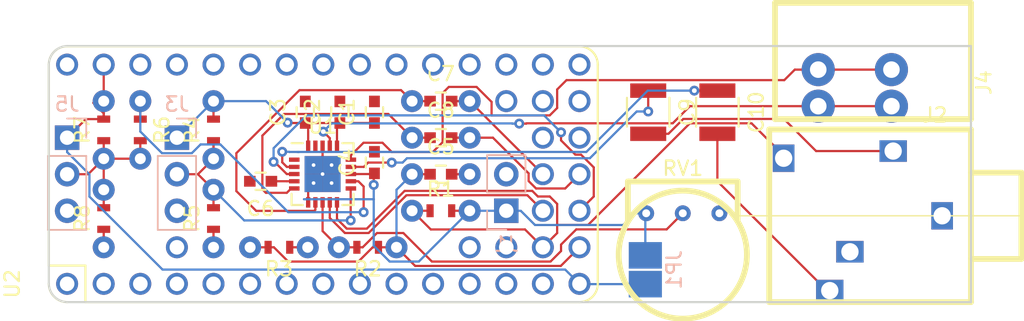
<source format=kicad_pcb>
(kicad_pcb (version 4) (host pcbnew 4.0.7)

  (general
    (links 90)
    (no_connects 29)
    (area 96.5326 88.847599 167.852401 116.763353)
    (thickness 1.6)
    (drawings 6)
    (tracks 264)
    (zones 0)
    (modules 27)
    (nets 32)
  )

  (page A4)
  (layers
    (0 F.Cu signal)
    (31 B.Cu signal)
    (32 B.Adhes user hide)
    (33 F.Adhes user hide)
    (34 B.Paste user hide)
    (35 F.Paste user hide)
    (36 B.SilkS user hide)
    (37 F.SilkS user)
    (38 B.Mask user)
    (39 F.Mask user)
    (40 Dwgs.User user hide)
    (41 Cmts.User user hide)
    (42 Eco1.User user)
    (43 Eco2.User user hide)
    (44 Edge.Cuts user)
    (45 Margin user hide)
    (46 B.CrtYd user hide)
    (47 F.CrtYd user)
    (48 B.Fab user hide)
    (49 F.Fab user hide)
  )

  (setup
    (last_trace_width 0.1524)
    (trace_clearance 0.1524)
    (zone_clearance 0.508)
    (zone_45_only no)
    (trace_min 0.1524)
    (segment_width 0.2)
    (edge_width 0.15)
    (via_size 0.6858)
    (via_drill 0.3302)
    (via_min_size 0.6858)
    (via_min_drill 0.3302)
    (uvia_size 0.762)
    (uvia_drill 0.1)
    (uvias_allowed no)
    (uvia_min_size 0)
    (uvia_min_drill 0)
    (pcb_text_width 0.3)
    (pcb_text_size 1.5 1.5)
    (mod_edge_width 0.15)
    (mod_text_size 1 1)
    (mod_text_width 0.15)
    (pad_size 1.524 1.524)
    (pad_drill 1.016)
    (pad_to_mask_clearance 0.05)
    (aux_axis_origin 0 0)
    (visible_elements FFFFEF7F)
    (pcbplotparams
      (layerselection 0x00030_80000001)
      (usegerberextensions false)
      (excludeedgelayer true)
      (linewidth 0.100000)
      (plotframeref false)
      (viasonmask false)
      (mode 1)
      (useauxorigin false)
      (hpglpennumber 1)
      (hpglpenspeed 20)
      (hpglpendiameter 15)
      (hpglpenoverlay 2)
      (psnegative false)
      (psa4output false)
      (plotreference true)
      (plotvalue true)
      (plotinvisibletext false)
      (padsonsilk false)
      (subtractmaskfromsilk false)
      (outputformat 1)
      (mirror false)
      (drillshape 0)
      (scaleselection 1)
      (outputdirectory ""))
  )

  (net 0 "")
  (net 1 VDD)
  (net 2 GND)
  (net 3 /VOL_ADC)
  (net 4 "Net-(C6-Pad1)")
  (net 5 "Net-(C7-Pad1)")
  (net 6 /DAC_L)
  (net 7 "Net-(C8-Pad1)")
  (net 8 /DAC_R)
  (net 9 "Net-(C9-Pad1)")
  (net 10 "Net-(C9-Pad2)")
  (net 11 "Net-(C10-Pad1)")
  (net 12 "Net-(C10-Pad2)")
  (net 13 "Net-(J2-Pad3)")
  (net 14 /TIP_SW)
  (net 15 "Net-(J3-Pad2)")
  (net 16 "Net-(J4-Pad1)")
  (net 17 "Net-(J4-Pad2)")
  (net 18 +3V3)
  (net 19 "Net-(J5-Pad2)")
  (net 20 "Net-(R2-Pad1)")
  (net 21 "Net-(R6-Pad2)")
  (net 22 "Net-(U1-Pad1)")
  (net 23 /~SHUTDOWN)
  (net 24 /MUTE)
  (net 25 "Net-(U1-Pad19)")
  (net 26 "Net-(U2-Pad14)")
  (net 27 "Net-(U2-Pad17)")
  (net 28 "Net-(U2-Pad37)")
  (net 29 "Net-(U2-Pad38)")
  (net 30 "Net-(U2-Pad39)")
  (net 31 "Net-(U2-Pad40)")

  (net_class Default "This is the default net class."
    (clearance 0.1524)
    (trace_width 0.1524)
    (via_dia 0.6858)
    (via_drill 0.3302)
    (uvia_dia 0.762)
    (uvia_drill 0.1)
    (add_net +3V3)
    (add_net /DAC_L)
    (add_net /DAC_R)
    (add_net /MUTE)
    (add_net /TIP_SW)
    (add_net /VOL_ADC)
    (add_net /~SHUTDOWN)
    (add_net GND)
    (add_net "Net-(C10-Pad1)")
    (add_net "Net-(C10-Pad2)")
    (add_net "Net-(C6-Pad1)")
    (add_net "Net-(C7-Pad1)")
    (add_net "Net-(C8-Pad1)")
    (add_net "Net-(C9-Pad1)")
    (add_net "Net-(C9-Pad2)")
    (add_net "Net-(J2-Pad3)")
    (add_net "Net-(J3-Pad2)")
    (add_net "Net-(J4-Pad1)")
    (add_net "Net-(J4-Pad2)")
    (add_net "Net-(J5-Pad2)")
    (add_net "Net-(R2-Pad1)")
    (add_net "Net-(R6-Pad2)")
    (add_net "Net-(U1-Pad1)")
    (add_net "Net-(U1-Pad19)")
    (add_net "Net-(U2-Pad14)")
    (add_net "Net-(U2-Pad17)")
    (add_net "Net-(U2-Pad37)")
    (add_net "Net-(U2-Pad38)")
    (add_net "Net-(U2-Pad39)")
    (add_net "Net-(U2-Pad40)")
    (add_net VDD)
  )

  (module Capacitors_SMD:C_0603 (layer F.Cu) (tedit 5415D631) (tstamp 59F60E50)
    (at 122.6 96.8 90)
    (descr "Capacitor SMD 0603, reflow soldering, AVX (see smccp.pdf)")
    (tags "capacitor 0603")
    (path /59F3DE40)
    (attr smd)
    (fp_text reference C1 (at 0 -1.9 90) (layer F.SilkS)
      (effects (font (size 1 1) (thickness 0.15)))
    )
    (fp_text value 10µF (at 0 1.9 90) (layer F.Fab)
      (effects (font (size 1 1) (thickness 0.15)))
    )
    (fp_line (start -0.8 0.4) (end -0.8 -0.4) (layer F.Fab) (width 0.15))
    (fp_line (start 0.8 0.4) (end -0.8 0.4) (layer F.Fab) (width 0.15))
    (fp_line (start 0.8 -0.4) (end 0.8 0.4) (layer F.Fab) (width 0.15))
    (fp_line (start -0.8 -0.4) (end 0.8 -0.4) (layer F.Fab) (width 0.15))
    (fp_line (start -1.45 -0.75) (end 1.45 -0.75) (layer F.CrtYd) (width 0.05))
    (fp_line (start -1.45 0.75) (end 1.45 0.75) (layer F.CrtYd) (width 0.05))
    (fp_line (start -1.45 -0.75) (end -1.45 0.75) (layer F.CrtYd) (width 0.05))
    (fp_line (start 1.45 -0.75) (end 1.45 0.75) (layer F.CrtYd) (width 0.05))
    (fp_line (start -0.35 -0.6) (end 0.35 -0.6) (layer F.SilkS) (width 0.15))
    (fp_line (start 0.35 0.6) (end -0.35 0.6) (layer F.SilkS) (width 0.15))
    (pad 1 smd rect (at -0.75 0 90) (size 0.8 0.75) (layers F.Cu F.Paste F.Mask)
      (net 1 VDD))
    (pad 2 smd rect (at 0.75 0 90) (size 0.8 0.75) (layers F.Cu F.Paste F.Mask)
      (net 2 GND))
    (model Capacitors_SMD.3dshapes/C_0603.wrl
      (at (xyz 0 0 0))
      (scale (xyz 1 1 1))
      (rotate (xyz 0 0 0))
    )
  )

  (module Capacitors_SMD:C_0603 (layer F.Cu) (tedit 5415D631) (tstamp 59F60E60)
    (at 120.2 96.8 90)
    (descr "Capacitor SMD 0603, reflow soldering, AVX (see smccp.pdf)")
    (tags "capacitor 0603")
    (path /59F3DEA5)
    (attr smd)
    (fp_text reference C2 (at 0 -1.9 90) (layer F.SilkS)
      (effects (font (size 1 1) (thickness 0.15)))
    )
    (fp_text value 100nF (at 0 1.9 90) (layer F.Fab)
      (effects (font (size 1 1) (thickness 0.15)))
    )
    (fp_line (start -0.8 0.4) (end -0.8 -0.4) (layer F.Fab) (width 0.15))
    (fp_line (start 0.8 0.4) (end -0.8 0.4) (layer F.Fab) (width 0.15))
    (fp_line (start 0.8 -0.4) (end 0.8 0.4) (layer F.Fab) (width 0.15))
    (fp_line (start -0.8 -0.4) (end 0.8 -0.4) (layer F.Fab) (width 0.15))
    (fp_line (start -1.45 -0.75) (end 1.45 -0.75) (layer F.CrtYd) (width 0.05))
    (fp_line (start -1.45 0.75) (end 1.45 0.75) (layer F.CrtYd) (width 0.05))
    (fp_line (start -1.45 -0.75) (end -1.45 0.75) (layer F.CrtYd) (width 0.05))
    (fp_line (start 1.45 -0.75) (end 1.45 0.75) (layer F.CrtYd) (width 0.05))
    (fp_line (start -0.35 -0.6) (end 0.35 -0.6) (layer F.SilkS) (width 0.15))
    (fp_line (start 0.35 0.6) (end -0.35 0.6) (layer F.SilkS) (width 0.15))
    (pad 1 smd rect (at -0.75 0 90) (size 0.8 0.75) (layers F.Cu F.Paste F.Mask)
      (net 1 VDD))
    (pad 2 smd rect (at 0.75 0 90) (size 0.8 0.75) (layers F.Cu F.Paste F.Mask)
      (net 2 GND))
    (model Capacitors_SMD.3dshapes/C_0603.wrl
      (at (xyz 0 0 0))
      (scale (xyz 1 1 1))
      (rotate (xyz 0 0 0))
    )
  )

  (module Capacitors_SMD:C_0603 (layer F.Cu) (tedit 5415D631) (tstamp 59F60E70)
    (at 117.8 96.8 90)
    (descr "Capacitor SMD 0603, reflow soldering, AVX (see smccp.pdf)")
    (tags "capacitor 0603")
    (path /59F3DEF1)
    (attr smd)
    (fp_text reference C3 (at 0 -1.9 90) (layer F.SilkS)
      (effects (font (size 1 1) (thickness 0.15)))
    )
    (fp_text value 100nF (at 0 1.9 90) (layer F.Fab)
      (effects (font (size 1 1) (thickness 0.15)))
    )
    (fp_line (start -0.8 0.4) (end -0.8 -0.4) (layer F.Fab) (width 0.15))
    (fp_line (start 0.8 0.4) (end -0.8 0.4) (layer F.Fab) (width 0.15))
    (fp_line (start 0.8 -0.4) (end 0.8 0.4) (layer F.Fab) (width 0.15))
    (fp_line (start -0.8 -0.4) (end 0.8 -0.4) (layer F.Fab) (width 0.15))
    (fp_line (start -1.45 -0.75) (end 1.45 -0.75) (layer F.CrtYd) (width 0.05))
    (fp_line (start -1.45 0.75) (end 1.45 0.75) (layer F.CrtYd) (width 0.05))
    (fp_line (start -1.45 -0.75) (end -1.45 0.75) (layer F.CrtYd) (width 0.05))
    (fp_line (start 1.45 -0.75) (end 1.45 0.75) (layer F.CrtYd) (width 0.05))
    (fp_line (start -0.35 -0.6) (end 0.35 -0.6) (layer F.SilkS) (width 0.15))
    (fp_line (start 0.35 0.6) (end -0.35 0.6) (layer F.SilkS) (width 0.15))
    (pad 1 smd rect (at -0.75 0 90) (size 0.8 0.75) (layers F.Cu F.Paste F.Mask)
      (net 1 VDD))
    (pad 2 smd rect (at 0.75 0 90) (size 0.8 0.75) (layers F.Cu F.Paste F.Mask)
      (net 2 GND))
    (model Capacitors_SMD.3dshapes/C_0603.wrl
      (at (xyz 0 0 0))
      (scale (xyz 1 1 1))
      (rotate (xyz 0 0 0))
    )
  )

  (module Capacitors_SMD:C_0603 (layer F.Cu) (tedit 5415D631) (tstamp 59F60E80)
    (at 122.6 100.3 90)
    (descr "Capacitor SMD 0603, reflow soldering, AVX (see smccp.pdf)")
    (tags "capacitor 0603")
    (path /59F3DF40)
    (attr smd)
    (fp_text reference C4 (at 0 -1.9 90) (layer F.SilkS)
      (effects (font (size 1 1) (thickness 0.15)))
    )
    (fp_text value 100nF (at 0 1.9 90) (layer F.Fab)
      (effects (font (size 1 1) (thickness 0.15)))
    )
    (fp_line (start -0.8 0.4) (end -0.8 -0.4) (layer F.Fab) (width 0.15))
    (fp_line (start 0.8 0.4) (end -0.8 0.4) (layer F.Fab) (width 0.15))
    (fp_line (start 0.8 -0.4) (end 0.8 0.4) (layer F.Fab) (width 0.15))
    (fp_line (start -0.8 -0.4) (end 0.8 -0.4) (layer F.Fab) (width 0.15))
    (fp_line (start -1.45 -0.75) (end 1.45 -0.75) (layer F.CrtYd) (width 0.05))
    (fp_line (start -1.45 0.75) (end 1.45 0.75) (layer F.CrtYd) (width 0.05))
    (fp_line (start -1.45 -0.75) (end -1.45 0.75) (layer F.CrtYd) (width 0.05))
    (fp_line (start 1.45 -0.75) (end 1.45 0.75) (layer F.CrtYd) (width 0.05))
    (fp_line (start -0.35 -0.6) (end 0.35 -0.6) (layer F.SilkS) (width 0.15))
    (fp_line (start 0.35 0.6) (end -0.35 0.6) (layer F.SilkS) (width 0.15))
    (pad 1 smd rect (at -0.75 0 90) (size 0.8 0.75) (layers F.Cu F.Paste F.Mask)
      (net 1 VDD))
    (pad 2 smd rect (at 0.75 0 90) (size 0.8 0.75) (layers F.Cu F.Paste F.Mask)
      (net 2 GND))
    (model Capacitors_SMD.3dshapes/C_0603.wrl
      (at (xyz 0 0 0))
      (scale (xyz 1 1 1))
      (rotate (xyz 0 0 0))
    )
  )

  (module Capacitors_SMD:C_1210 (layer F.Cu) (tedit 5415D85D) (tstamp 59F60EE0)
    (at 141.6 96.8 270)
    (descr "Capacitor SMD 1210, reflow soldering, AVX (see smccp.pdf)")
    (tags "capacitor 1210")
    (path /59F371F5)
    (attr smd)
    (fp_text reference C9 (at 0 -2.7 270) (layer F.SilkS)
      (effects (font (size 1 1) (thickness 0.15)))
    )
    (fp_text value 220µF (at 0 2.7 270) (layer F.Fab)
      (effects (font (size 1 1) (thickness 0.15)))
    )
    (fp_line (start -1.6 1.25) (end -1.6 -1.25) (layer F.Fab) (width 0.15))
    (fp_line (start 1.6 1.25) (end -1.6 1.25) (layer F.Fab) (width 0.15))
    (fp_line (start 1.6 -1.25) (end 1.6 1.25) (layer F.Fab) (width 0.15))
    (fp_line (start -1.6 -1.25) (end 1.6 -1.25) (layer F.Fab) (width 0.15))
    (fp_line (start -2.3 -1.6) (end 2.3 -1.6) (layer F.CrtYd) (width 0.05))
    (fp_line (start -2.3 1.6) (end 2.3 1.6) (layer F.CrtYd) (width 0.05))
    (fp_line (start -2.3 -1.6) (end -2.3 1.6) (layer F.CrtYd) (width 0.05))
    (fp_line (start 2.3 -1.6) (end 2.3 1.6) (layer F.CrtYd) (width 0.05))
    (fp_line (start 1 -1.475) (end -1 -1.475) (layer F.SilkS) (width 0.15))
    (fp_line (start -1 1.475) (end 1 1.475) (layer F.SilkS) (width 0.15))
    (pad 1 smd rect (at -1.5 0 270) (size 1 2.5) (layers F.Cu F.Paste F.Mask)
      (net 9 "Net-(C9-Pad1)"))
    (pad 2 smd rect (at 1.5 0 270) (size 1 2.5) (layers F.Cu F.Paste F.Mask)
      (net 10 "Net-(C9-Pad2)"))
    (model Capacitors_SMD.3dshapes/C_1210.wrl
      (at (xyz 0 0 0))
      (scale (xyz 1 1 1))
      (rotate (xyz 0 0 0))
    )
  )

  (module Capacitors_SMD:C_1210 (layer F.Cu) (tedit 5415D85D) (tstamp 59F60EF0)
    (at 146.4 96.8 270)
    (descr "Capacitor SMD 1210, reflow soldering, AVX (see smccp.pdf)")
    (tags "capacitor 1210")
    (path /59F37226)
    (attr smd)
    (fp_text reference C10 (at 0 -2.7 270) (layer F.SilkS)
      (effects (font (size 1 1) (thickness 0.15)))
    )
    (fp_text value 220µF (at 0 2.7 270) (layer F.Fab)
      (effects (font (size 1 1) (thickness 0.15)))
    )
    (fp_line (start -1.6 1.25) (end -1.6 -1.25) (layer F.Fab) (width 0.15))
    (fp_line (start 1.6 1.25) (end -1.6 1.25) (layer F.Fab) (width 0.15))
    (fp_line (start 1.6 -1.25) (end 1.6 1.25) (layer F.Fab) (width 0.15))
    (fp_line (start -1.6 -1.25) (end 1.6 -1.25) (layer F.Fab) (width 0.15))
    (fp_line (start -2.3 -1.6) (end 2.3 -1.6) (layer F.CrtYd) (width 0.05))
    (fp_line (start -2.3 1.6) (end 2.3 1.6) (layer F.CrtYd) (width 0.05))
    (fp_line (start -2.3 -1.6) (end -2.3 1.6) (layer F.CrtYd) (width 0.05))
    (fp_line (start 2.3 -1.6) (end 2.3 1.6) (layer F.CrtYd) (width 0.05))
    (fp_line (start 1 -1.475) (end -1 -1.475) (layer F.SilkS) (width 0.15))
    (fp_line (start -1 1.475) (end 1 1.475) (layer F.SilkS) (width 0.15))
    (pad 1 smd rect (at -1.5 0 270) (size 1 2.5) (layers F.Cu F.Paste F.Mask)
      (net 11 "Net-(C10-Pad1)"))
    (pad 2 smd rect (at 1.5 0 270) (size 1 2.5) (layers F.Cu F.Paste F.Mask)
      (net 12 "Net-(C10-Pad2)"))
    (model Capacitors_SMD.3dshapes/C_1210.wrl
      (at (xyz 0 0 0))
      (scale (xyz 1 1 1))
      (rotate (xyz 0 0 0))
    )
  )

  (module Pin_Headers:Pin_Header_Straight_1x02_Pitch2.54mm (layer B.Cu) (tedit 59650532) (tstamp 59F60F06)
    (at 131.75 103.65)
    (descr "Through hole straight pin header, 1x02, 2.54mm pitch, single row")
    (tags "Through hole pin header THT 1x02 2.54mm single row")
    (path /59F3BAA9)
    (fp_text reference J1 (at 0 2.33) (layer B.SilkS)
      (effects (font (size 1 1) (thickness 0.15)) (justify mirror))
    )
    (fp_text value "Ext. Power" (at 0 -4.87) (layer B.Fab)
      (effects (font (size 1 1) (thickness 0.15)) (justify mirror))
    )
    (fp_line (start -0.635 1.27) (end 1.27 1.27) (layer B.Fab) (width 0.1))
    (fp_line (start 1.27 1.27) (end 1.27 -3.81) (layer B.Fab) (width 0.1))
    (fp_line (start 1.27 -3.81) (end -1.27 -3.81) (layer B.Fab) (width 0.1))
    (fp_line (start -1.27 -3.81) (end -1.27 0.635) (layer B.Fab) (width 0.1))
    (fp_line (start -1.27 0.635) (end -0.635 1.27) (layer B.Fab) (width 0.1))
    (fp_line (start -1.33 -3.87) (end 1.33 -3.87) (layer B.SilkS) (width 0.12))
    (fp_line (start -1.33 -1.27) (end -1.33 -3.87) (layer B.SilkS) (width 0.12))
    (fp_line (start 1.33 -1.27) (end 1.33 -3.87) (layer B.SilkS) (width 0.12))
    (fp_line (start -1.33 -1.27) (end 1.33 -1.27) (layer B.SilkS) (width 0.12))
    (fp_line (start -1.33 0) (end -1.33 1.33) (layer B.SilkS) (width 0.12))
    (fp_line (start -1.33 1.33) (end 0 1.33) (layer B.SilkS) (width 0.12))
    (fp_line (start -1.8 1.8) (end -1.8 -4.35) (layer B.CrtYd) (width 0.05))
    (fp_line (start -1.8 -4.35) (end 1.8 -4.35) (layer B.CrtYd) (width 0.05))
    (fp_line (start 1.8 -4.35) (end 1.8 1.8) (layer B.CrtYd) (width 0.05))
    (fp_line (start 1.8 1.8) (end -1.8 1.8) (layer B.CrtYd) (width 0.05))
    (fp_text user %R (at 0 -1.27 270) (layer B.Fab)
      (effects (font (size 1 1) (thickness 0.15)) (justify mirror))
    )
    (pad 1 thru_hole rect (at 0 0) (size 1.7 1.7) (drill 1) (layers *.Cu *.Mask)
      (net 1 VDD))
    (pad 2 thru_hole oval (at 0 -2.54) (size 1.7 1.7) (drill 1) (layers *.Cu *.Mask)
      (net 2 GND))
    (model ${KISYS3DMOD}/Pin_Headers.3dshapes/Pin_Header_Straight_1x02_Pitch2.54mm.wrl
      (at (xyz 0 0 0))
      (scale (xyz 1 1 1))
      (rotate (xyz 0 0 0))
    )
  )

  (module audio-repair:Switchcraft_35RAPC4BHN3 (layer F.Cu) (tedit 59F5BD17) (tstamp 59F60F18)
    (at 164 104 180)
    (path /59F3F362)
    (fp_text reference J2 (at 2.5 7 180) (layer F.SilkS)
      (effects (font (size 1 1) (thickness 0.15)))
    )
    (fp_text value Switchcraft_35RAPC4BHN3 (at 10 -7 180) (layer F.Fab)
      (effects (font (size 1 1) (thickness 0.15)))
    )
    (fp_line (start -3.5 3) (end 0 3) (layer F.SilkS) (width 0.4))
    (fp_line (start -3.5 -3) (end -3.5 3) (layer F.SilkS) (width 0.4))
    (fp_line (start 0 -3) (end -3.5 -3) (layer F.SilkS) (width 0.4))
    (fp_line (start 0 6) (end 0 0) (layer F.SilkS) (width 0.4))
    (fp_line (start 14 6) (end 0 6) (layer F.SilkS) (width 0.4))
    (fp_line (start 14 -6) (end 14 6) (layer F.SilkS) (width 0.4))
    (fp_line (start 0 -6) (end 14 -6) (layer F.SilkS) (width 0.4))
    (fp_line (start 0 0) (end 0 -6) (layer F.SilkS) (width 0.4))
    (fp_line (start -3.5 0) (end 16.5 0) (layer F.SilkS) (width 0.1))
    (pad 1 thru_hole rect (at 2 0 180) (size 1.5 1.9) (drill 1.2) (layers *.Cu *.Mask)
      (net 2 GND))
    (pad 2 thru_hole rect (at 9.8 -5.2 180) (size 1.9 1.5) (drill 1.2) (layers *.Cu *.Mask)
      (net 12 "Net-(C10-Pad2)"))
    (pad 3 thru_hole rect (at 8.4 -2.5 180) (size 1.9 1.5) (drill 1.2) (layers *.Cu *.Mask)
      (net 13 "Net-(J2-Pad3)"))
    (pad 4 thru_hole rect (at 13 4 180) (size 1.5 1.9) (drill 1.2) (layers *.Cu *.Mask)
      (net 14 /TIP_SW))
    (pad 5 thru_hole rect (at 5.4 4.5 180) (size 1.9 1.5) (drill 1.2) (layers *.Cu *.Mask)
      (net 10 "Net-(C9-Pad2)"))
  )

  (module Pin_Headers:Pin_Header_Straight_1x03_Pitch2.54mm (layer B.Cu) (tedit 59650532) (tstamp 59F60F2F)
    (at 108.89 98.57 180)
    (descr "Through hole straight pin header, 1x03, 2.54mm pitch, single row")
    (tags "Through hole pin header THT 1x03 2.54mm single row")
    (path /59F3CD72)
    (fp_text reference J3 (at 0 2.33 180) (layer B.SilkS)
      (effects (font (size 1 1) (thickness 0.15)) (justify mirror))
    )
    (fp_text value PL (at 0 -7.41 180) (layer B.Fab)
      (effects (font (size 1 1) (thickness 0.15)) (justify mirror))
    )
    (fp_line (start -0.635 1.27) (end 1.27 1.27) (layer B.Fab) (width 0.1))
    (fp_line (start 1.27 1.27) (end 1.27 -6.35) (layer B.Fab) (width 0.1))
    (fp_line (start 1.27 -6.35) (end -1.27 -6.35) (layer B.Fab) (width 0.1))
    (fp_line (start -1.27 -6.35) (end -1.27 0.635) (layer B.Fab) (width 0.1))
    (fp_line (start -1.27 0.635) (end -0.635 1.27) (layer B.Fab) (width 0.1))
    (fp_line (start -1.33 -6.41) (end 1.33 -6.41) (layer B.SilkS) (width 0.12))
    (fp_line (start -1.33 -1.27) (end -1.33 -6.41) (layer B.SilkS) (width 0.12))
    (fp_line (start 1.33 -1.27) (end 1.33 -6.41) (layer B.SilkS) (width 0.12))
    (fp_line (start -1.33 -1.27) (end 1.33 -1.27) (layer B.SilkS) (width 0.12))
    (fp_line (start -1.33 0) (end -1.33 1.33) (layer B.SilkS) (width 0.12))
    (fp_line (start -1.33 1.33) (end 0 1.33) (layer B.SilkS) (width 0.12))
    (fp_line (start -1.8 1.8) (end -1.8 -6.85) (layer B.CrtYd) (width 0.05))
    (fp_line (start -1.8 -6.85) (end 1.8 -6.85) (layer B.CrtYd) (width 0.05))
    (fp_line (start 1.8 -6.85) (end 1.8 1.8) (layer B.CrtYd) (width 0.05))
    (fp_line (start 1.8 1.8) (end -1.8 1.8) (layer B.CrtYd) (width 0.05))
    (fp_text user %R (at 0 -2.54 450) (layer B.Fab)
      (effects (font (size 1 1) (thickness 0.15)) (justify mirror))
    )
    (pad 1 thru_hole rect (at 0 0 180) (size 1.7 1.7) (drill 1) (layers *.Cu *.Mask)
      (net 1 VDD))
    (pad 2 thru_hole oval (at 0 -2.54 180) (size 1.7 1.7) (drill 1) (layers *.Cu *.Mask)
      (net 15 "Net-(J3-Pad2)"))
    (pad 3 thru_hole oval (at 0 -5.08 180) (size 1.7 1.7) (drill 1) (layers *.Cu *.Mask)
      (net 2 GND))
    (model ${KISYS3DMOD}/Pin_Headers.3dshapes/Pin_Header_Straight_1x03_Pitch2.54mm.wrl
      (at (xyz 0 0 0))
      (scale (xyz 1 1 1))
      (rotate (xyz 0 0 0))
    )
  )

  (module Pin_Headers:Pin_Header_Straight_1x03_Pitch2.54mm (layer B.Cu) (tedit 59650532) (tstamp 59F60F52)
    (at 101.27 98.57 180)
    (descr "Through hole straight pin header, 1x03, 2.54mm pitch, single row")
    (tags "Through hole pin header THT 1x03 2.54mm single row")
    (path /59F3C073)
    (fp_text reference J5 (at 0 2.33 180) (layer B.SilkS)
      (effects (font (size 1 1) (thickness 0.15)) (justify mirror))
    )
    (fp_text value UVP (at 0 -7.41 180) (layer B.Fab)
      (effects (font (size 1 1) (thickness 0.15)) (justify mirror))
    )
    (fp_line (start -0.635 1.27) (end 1.27 1.27) (layer B.Fab) (width 0.1))
    (fp_line (start 1.27 1.27) (end 1.27 -6.35) (layer B.Fab) (width 0.1))
    (fp_line (start 1.27 -6.35) (end -1.27 -6.35) (layer B.Fab) (width 0.1))
    (fp_line (start -1.27 -6.35) (end -1.27 0.635) (layer B.Fab) (width 0.1))
    (fp_line (start -1.27 0.635) (end -0.635 1.27) (layer B.Fab) (width 0.1))
    (fp_line (start -1.33 -6.41) (end 1.33 -6.41) (layer B.SilkS) (width 0.12))
    (fp_line (start -1.33 -1.27) (end -1.33 -6.41) (layer B.SilkS) (width 0.12))
    (fp_line (start 1.33 -1.27) (end 1.33 -6.41) (layer B.SilkS) (width 0.12))
    (fp_line (start -1.33 -1.27) (end 1.33 -1.27) (layer B.SilkS) (width 0.12))
    (fp_line (start -1.33 0) (end -1.33 1.33) (layer B.SilkS) (width 0.12))
    (fp_line (start -1.33 1.33) (end 0 1.33) (layer B.SilkS) (width 0.12))
    (fp_line (start -1.8 1.8) (end -1.8 -6.85) (layer B.CrtYd) (width 0.05))
    (fp_line (start -1.8 -6.85) (end 1.8 -6.85) (layer B.CrtYd) (width 0.05))
    (fp_line (start 1.8 -6.85) (end 1.8 1.8) (layer B.CrtYd) (width 0.05))
    (fp_line (start 1.8 1.8) (end -1.8 1.8) (layer B.CrtYd) (width 0.05))
    (fp_text user %R (at 0 -2.54 450) (layer B.Fab)
      (effects (font (size 1 1) (thickness 0.15)) (justify mirror))
    )
    (pad 1 thru_hole rect (at 0 0 180) (size 1.7 1.7) (drill 1) (layers *.Cu *.Mask)
      (net 18 +3V3))
    (pad 2 thru_hole oval (at 0 -2.54 180) (size 1.7 1.7) (drill 1) (layers *.Cu *.Mask)
      (net 19 "Net-(J5-Pad2)"))
    (pad 3 thru_hole oval (at 0 -5.08 180) (size 1.7 1.7) (drill 1) (layers *.Cu *.Mask)
      (net 2 GND))
    (model ${KISYS3DMOD}/Pin_Headers.3dshapes/Pin_Header_Straight_1x03_Pitch2.54mm.wrl
      (at (xyz 0 0 0))
      (scale (xyz 1 1 1))
      (rotate (xyz 0 0 0))
    )
  )

  (module audio-repair:QFN-20-1EP_4x4mm_Pitch0.5mm (layer F.Cu) (tedit 59F60083) (tstamp 59F60FE0)
    (at 119 101.1)
    (descr "20-Lead Plastic Quad Flat, No Lead Package (ML) - 4x4x0.9 mm Body [QFN]; (see Microchip Packaging Specification 00000049BS.pdf)")
    (tags "QFN 0.5")
    (path /59F31AC5)
    (attr smd)
    (fp_text reference U1 (at 0 -3.33) (layer F.SilkS)
      (effects (font (size 1 1) (thickness 0.15)))
    )
    (fp_text value PAM8019KGR (at 0 3.33) (layer F.Fab)
      (effects (font (size 1 1) (thickness 0.15)))
    )
    (fp_line (start -1 -2) (end 2 -2) (layer F.Fab) (width 0.15))
    (fp_line (start 2 -2) (end 2 2) (layer F.Fab) (width 0.15))
    (fp_line (start 2 2) (end -2 2) (layer F.Fab) (width 0.15))
    (fp_line (start -2 2) (end -2 -1) (layer F.Fab) (width 0.15))
    (fp_line (start -2 -1) (end -1 -2) (layer F.Fab) (width 0.15))
    (fp_line (start -2.6 -2.6) (end -2.6 2.6) (layer F.CrtYd) (width 0.05))
    (fp_line (start 2.6 -2.6) (end 2.6 2.6) (layer F.CrtYd) (width 0.05))
    (fp_line (start -2.6 -2.6) (end 2.6 -2.6) (layer F.CrtYd) (width 0.05))
    (fp_line (start -2.6 2.6) (end 2.6 2.6) (layer F.CrtYd) (width 0.05))
    (fp_line (start 2.15 -2.15) (end 2.15 -1.375) (layer F.SilkS) (width 0.15))
    (fp_line (start -2.15 2.15) (end -2.15 1.375) (layer F.SilkS) (width 0.15))
    (fp_line (start 2.15 2.15) (end 2.15 1.375) (layer F.SilkS) (width 0.15))
    (fp_line (start -2.15 -2.15) (end -1.375 -2.15) (layer F.SilkS) (width 0.15))
    (fp_line (start -2.15 2.15) (end -1.375 2.15) (layer F.SilkS) (width 0.15))
    (fp_line (start 2.15 2.15) (end 1.375 2.15) (layer F.SilkS) (width 0.15))
    (fp_line (start 2.15 -2.15) (end 1.375 -2.15) (layer F.SilkS) (width 0.15))
    (pad 1 smd rect (at -1.965 -1) (size 0.73 0.3) (layers F.Cu F.Paste F.Mask)
      (net 22 "Net-(U1-Pad1)"))
    (pad 2 smd rect (at -1.965 -0.5) (size 0.73 0.3) (layers F.Cu F.Paste F.Mask)
      (net 11 "Net-(C10-Pad1)"))
    (pad 3 smd rect (at -1.965 0) (size 0.73 0.3) (layers F.Cu F.Paste F.Mask)
      (net 23 /~SHUTDOWN))
    (pad 4 smd rect (at -1.965 0.5) (size 0.73 0.3) (layers F.Cu F.Paste F.Mask)
      (net 4 "Net-(C6-Pad1)"))
    (pad 5 smd rect (at -1.965 1) (size 0.73 0.3) (layers F.Cu F.Paste F.Mask)
      (net 7 "Net-(C8-Pad1)"))
    (pad 6 smd rect (at -1 1.965 90) (size 0.73 0.3) (layers F.Cu F.Paste F.Mask)
      (net 2 GND))
    (pad 7 smd rect (at -0.5 1.965 90) (size 0.73 0.3) (layers F.Cu F.Paste F.Mask)
      (net 5 "Net-(C7-Pad1)"))
    (pad 8 smd rect (at 0 1.965 90) (size 0.73 0.3) (layers F.Cu F.Paste F.Mask)
      (net 20 "Net-(R2-Pad1)"))
    (pad 9 smd rect (at 0.5 1.965 90) (size 0.73 0.3) (layers F.Cu F.Paste F.Mask)
      (net 24 /MUTE))
    (pad 10 smd rect (at 1 1.965 90) (size 0.73 0.3) (layers F.Cu F.Paste F.Mask)
      (net 14 /TIP_SW))
    (pad 11 smd rect (at 1.965 1) (size 0.73 0.3) (layers F.Cu F.Paste F.Mask)
      (net 15 "Net-(J3-Pad2)"))
    (pad 12 smd rect (at 1.965 0.5) (size 0.73 0.3) (layers F.Cu F.Paste F.Mask)
      (net 21 "Net-(R6-Pad2)"))
    (pad 13 smd rect (at 1.965 0) (size 0.73 0.3) (layers F.Cu F.Paste F.Mask)
      (net 1 VDD))
    (pad 14 smd rect (at 1.965 -0.5) (size 0.73 0.3) (layers F.Cu F.Paste F.Mask)
      (net 9 "Net-(C9-Pad1)"))
    (pad 15 smd rect (at 1.965 -1) (size 0.73 0.3) (layers F.Cu F.Paste F.Mask)
      (net 17 "Net-(J4-Pad2)"))
    (pad 16 smd rect (at 1 -1.965 90) (size 0.73 0.3) (layers F.Cu F.Paste F.Mask)
      (net 1 VDD))
    (pad 17 smd rect (at 0.5 -1.965 90) (size 0.73 0.3) (layers F.Cu F.Paste F.Mask)
      (net 16 "Net-(J4-Pad1)"))
    (pad 18 smd rect (at 0 -1.965 90) (size 0.73 0.3) (layers F.Cu F.Paste F.Mask)
      (net 2 GND))
    (pad 19 smd rect (at -0.5 -1.965 90) (size 0.73 0.3) (layers F.Cu F.Paste F.Mask)
      (net 25 "Net-(U1-Pad19)"))
    (pad 20 smd rect (at -1 -1.965 90) (size 0.73 0.3) (layers F.Cu F.Paste F.Mask)
      (net 1 VDD))
    (pad 21 thru_hole rect (at 0.625 0.625) (size 1.25 1.25) (drill 0.254) (layers *.Cu *.Mask F.Paste)
      (net 2 GND) (solder_paste_margin_ratio -0.2))
    (pad 21 thru_hole rect (at 0.625 -0.625) (size 1.25 1.25) (drill 0.254) (layers *.Cu *.Mask F.Paste)
      (net 2 GND) (solder_paste_margin_ratio -0.2))
    (pad 21 thru_hole rect (at -0.625 0.625) (size 1.25 1.25) (drill 0.254) (layers *.Cu *.Mask F.Paste)
      (net 2 GND) (solder_paste_margin_ratio -0.2))
    (pad 21 thru_hole rect (at -0.625 -0.625) (size 1.25 1.25) (drill 0.254) (layers *.Cu *.Mask F.Paste)
      (net 2 GND) (solder_paste_margin_ratio -0.2))
    (pad 21 thru_hole circle (at 0 0) (size 0.3 0.3) (drill 0.254) (layers *.Cu *.Mask)
      (net 2 GND))
    (model Housings_DFN_QFN.3dshapes/QFN-20-1EP_4x4mm_Pitch0.5mm.wrl
      (at (xyz 0 0 0))
      (scale (xyz 1 1 1))
      (rotate (xyz 0 0 0))
    )
  )

  (module Capacitors_SMD:C_0603 (layer F.Cu) (tedit 5415D631) (tstamp 59F657C2)
    (at 114.7 101.6 180)
    (descr "Capacitor SMD 0603, reflow soldering, AVX (see smccp.pdf)")
    (tags "capacitor 0603")
    (path /59F364C0)
    (attr smd)
    (fp_text reference C6 (at 0 -1.9 180) (layer F.SilkS)
      (effects (font (size 1 1) (thickness 0.15)))
    )
    (fp_text value 1µF (at 0 1.9 180) (layer F.Fab)
      (effects (font (size 1 1) (thickness 0.15)))
    )
    (fp_line (start -0.8 0.4) (end -0.8 -0.4) (layer F.Fab) (width 0.15))
    (fp_line (start 0.8 0.4) (end -0.8 0.4) (layer F.Fab) (width 0.15))
    (fp_line (start 0.8 -0.4) (end 0.8 0.4) (layer F.Fab) (width 0.15))
    (fp_line (start -0.8 -0.4) (end 0.8 -0.4) (layer F.Fab) (width 0.15))
    (fp_line (start -1.45 -0.75) (end 1.45 -0.75) (layer F.CrtYd) (width 0.05))
    (fp_line (start -1.45 0.75) (end 1.45 0.75) (layer F.CrtYd) (width 0.05))
    (fp_line (start -1.45 -0.75) (end -1.45 0.75) (layer F.CrtYd) (width 0.05))
    (fp_line (start 1.45 -0.75) (end 1.45 0.75) (layer F.CrtYd) (width 0.05))
    (fp_line (start -0.35 -0.6) (end 0.35 -0.6) (layer F.SilkS) (width 0.15))
    (fp_line (start 0.35 0.6) (end -0.35 0.6) (layer F.SilkS) (width 0.15))
    (pad 1 smd rect (at -0.75 0 180) (size 0.8 0.75) (layers F.Cu F.Paste F.Mask)
      (net 4 "Net-(C6-Pad1)"))
    (pad 2 smd rect (at 0.75 0 180) (size 0.8 0.75) (layers F.Cu F.Paste F.Mask)
      (net 2 GND))
    (model Capacitors_SMD.3dshapes/C_0603.wrl
      (at (xyz 0 0 0))
      (scale (xyz 1 1 1))
      (rotate (xyz 0 0 0))
    )
  )

  (module audio-repair:Solder_Jumper (layer B.Cu) (tedit 59F7125B) (tstamp 59F60F58)
    (at 141.4 107.75 270)
    (path /59F3D6DF)
    (fp_text reference JP1 (at 0 -2 270) (layer B.SilkS)
      (effects (font (size 1 1) (thickness 0.15)) (justify mirror))
    )
    (fp_text value Jumper (at 0 2 270) (layer B.Fab)
      (effects (font (size 1 1) (thickness 0.15)) (justify mirror))
    )
    (pad 1 smd rect (at -1 0 270) (size 1.8458 2.3) (layers B.Cu B.Mask)
      (net 1 VDD))
    (pad 2 smd rect (at 1 0 270) (size 1.8458 2.3) (layers B.Cu B.Mask)
      (net 18 +3V3))
  )

  (module audio-repair:Potentiometer_Bourns_3352T (layer F.Cu) (tedit 59F717EB) (tstamp 59F60FB3)
    (at 144 106.7 180)
    (path /59F39A91)
    (fp_text reference RV1 (at 0 6 180) (layer F.SilkS)
      (effects (font (size 1 1) (thickness 0.15)))
    )
    (fp_text value 50K (at 0 -5.5 180) (layer F.Fab)
      (effects (font (size 1 1) (thickness 0.15)))
    )
    (fp_line (start 5 -3.3) (end -4.5 -3.3) (layer Dwgs.User) (width 0.1))
    (fp_line (start 3.81 5.085) (end 3.81 2.4) (layer F.SilkS) (width 0.4))
    (fp_line (start -3.81 5.085) (end 3.81 5.085) (layer F.SilkS) (width 0.4))
    (fp_line (start -3.81 5.085) (end -3.81 2.4) (layer F.SilkS) (width 0.4))
    (fp_circle (center 0 0) (end 0 -4.45) (layer F.SilkS) (width 0.4))
    (pad 1 thru_hole circle (at -2.54 2.875 180) (size 1.1 1.1) (drill 0.55) (layers *.Cu *.Mask)
      (net 2 GND))
    (pad 2 thru_hole circle (at 0 2.875 180) (size 1.1 1.1) (drill 0.55) (layers *.Cu *.Mask)
      (net 20 "Net-(R2-Pad1)"))
    (pad 3 thru_hole circle (at 2.54 2.875 180) (size 1.1 1.1) (drill 0.55) (layers *.Cu *.Mask)
      (net 1 VDD))
  )

  (module audio-repair:TerminalBlock_TE_2834016_2 (layer F.Cu) (tedit 59F71846) (tstamp 59F60F3B)
    (at 164 92.2 90)
    (path /59F372B0)
    (fp_text reference J4 (at -2.54 0.9 90) (layer F.SilkS)
      (effects (font (size 1 1) (thickness 0.15)))
    )
    (fp_text value Speaker (at -2.54 -14.6 90) (layer F.Fab)
      (effects (font (size 1 1) (thickness 0.15)))
    )
    (fp_line (start 0 1.5) (end 0 -15.5) (layer Dwgs.User) (width 0.1))
    (fp_line (start -5.08 0) (end -5.08 -13.6) (layer F.SilkS) (width 0.4))
    (fp_line (start 3 0) (end -5.08 0) (layer F.SilkS) (width 0.4))
    (fp_line (start 3 -13.6) (end 3 0) (layer F.SilkS) (width 0.4))
    (fp_line (start -5.08 -13.6) (end 3 -13.6) (layer F.SilkS) (width 0.4))
    (pad 1 thru_hole circle (at -4.18 -10.6 90) (size 2.3 2.3) (drill 1.15) (layers *.Cu *.Mask)
      (net 16 "Net-(J4-Pad1)"))
    (pad 1 thru_hole circle (at -4.18 -5.52 90) (size 2.3 2.3) (drill 1.15) (layers *.Cu *.Mask)
      (net 16 "Net-(J4-Pad1)"))
    (pad 2 thru_hole circle (at -1.64 -10.6 90) (size 2.3 2.3) (drill 1.15) (layers *.Cu *.Mask)
      (net 17 "Net-(J4-Pad2)"))
    (pad 2 thru_hole circle (at -1.64 -5.52 90) (size 2.3 2.3) (drill 1.15) (layers *.Cu *.Mask)
      (net 17 "Net-(J4-Pad2)"))
  )

  (module audio-repair:1bitsy (layer F.Cu) (tedit 59F733A8) (tstamp 59F61063)
    (at 101.27 108.73 90)
    (path /59F35A2F)
    (fp_text reference U2 (at 0 -3.81 90) (layer F.SilkS)
      (effects (font (size 1 1) (thickness 0.15)))
    )
    (fp_text value 1bitsy-basic-stubby (at 0 -2.54 90) (layer F.Fab)
      (effects (font (size 1 1) (thickness 0.15)))
    )
    (fp_arc (start 0 35.56) (end 0 36.83) (angle 90) (layer F.SilkS) (width 0.15))
    (fp_arc (start 15.24 35.56) (end 16.51 35.56) (angle 90) (layer F.SilkS) (width 0.15))
    (fp_arc (start 15.24 0) (end 15.24 -1.27) (angle 90) (layer F.SilkS) (width 0.15))
    (fp_arc (start 0 0) (end -1.27 0) (angle 90) (layer F.SilkS) (width 0.15))
    (fp_line (start 16.51 35.56) (end 16.51 0) (layer F.SilkS) (width 0.15))
    (fp_line (start 0 36.83) (end 15.24 36.83) (layer F.SilkS) (width 0.15))
    (fp_line (start -1.27 1.27) (end -1.27 35.56) (layer F.SilkS) (width 0.15))
    (fp_line (start 1.27 1.27) (end -1.27 1.27) (layer F.SilkS) (width 0.15))
    (fp_line (start 1.27 -1.27) (end 1.27 1.27) (layer F.SilkS) (width 0.15))
    (fp_line (start 1.27 -1.27) (end 15.24 -1.27) (layer F.SilkS) (width 0.15))
    (fp_arc (start 0 35.56) (end 0 36.83) (angle 90) (layer F.Fab) (width 0.15))
    (fp_arc (start 15.24 35.56) (end 16.51 35.56) (angle 90) (layer F.Fab) (width 0.15))
    (fp_arc (start 15.24 0) (end 15.24 -1.27) (angle 90) (layer F.Fab) (width 0.15))
    (fp_arc (start 0 0) (end -1.27 0) (angle 90) (layer F.Fab) (width 0.15))
    (fp_line (start -1.27 35.56) (end -1.27 0) (layer F.Fab) (width 0.15))
    (fp_line (start 15.24 36.83) (end 0 36.83) (layer F.Fab) (width 0.15))
    (fp_line (start 16.51 0) (end 16.51 35.56) (layer F.Fab) (width 0.15))
    (fp_line (start 0 -1.27) (end 15.24 -1.27) (layer F.Fab) (width 0.15))
    (pad 1 thru_hole circle (at 0 0) (size 1.524 1.524) (drill 1.016) (layers *.Cu *.Mask)
      (net 2 GND))
    (pad 2 thru_hole circle (at 0 2.54) (size 1.524 1.524) (drill 1.016) (layers *.Cu *.Mask))
    (pad 3 thru_hole circle (at 0 5.08) (size 1.524 1.524) (drill 1.016) (layers *.Cu *.Mask))
    (pad 4 thru_hole circle (at 0 7.62) (size 1.524 1.524) (drill 1.016) (layers *.Cu *.Mask))
    (pad 5 thru_hole circle (at 0 10.16) (size 1.524 1.524) (drill 1.016) (layers *.Cu *.Mask))
    (pad 6 thru_hole circle (at 0 12.7) (size 1.524 1.524) (drill 1.016) (layers *.Cu *.Mask))
    (pad 7 thru_hole circle (at 0 15.24) (size 1.524 1.524) (drill 1.016) (layers *.Cu *.Mask))
    (pad 8 thru_hole circle (at 0 17.78) (size 1.524 1.524) (drill 1.016) (layers *.Cu *.Mask))
    (pad 9 thru_hole circle (at 0 20.32) (size 1.524 1.524) (drill 1.016) (layers *.Cu *.Mask))
    (pad 10 thru_hole circle (at 0 22.86) (size 1.524 1.524) (drill 1.016) (layers *.Cu *.Mask))
    (pad 11 thru_hole circle (at 0 25.4) (size 1.524 1.524) (drill 1.016) (layers *.Cu *.Mask))
    (pad 12 thru_hole circle (at 0 27.94) (size 1.524 1.524) (drill 1.016) (layers *.Cu *.Mask))
    (pad 13 thru_hole circle (at 0 30.48) (size 1.524 1.524) (drill 1.016) (layers *.Cu *.Mask))
    (pad 14 thru_hole circle (at 0 33.02) (size 1.524 1.524) (drill 1.016) (layers *.Cu *.Mask)
      (net 26 "Net-(U2-Pad14)"))
    (pad 15 thru_hole circle (at 0 35.56) (size 1.524 1.524) (drill 1.016) (layers *.Cu *.Mask)
      (net 18 +3V3))
    (pad 16 thru_hole circle (at 15.24 35.56) (size 1.524 1.524) (drill 1.016) (layers *.Cu *.Mask)
      (net 2 GND))
    (pad 17 thru_hole circle (at 15.24 33.02) (size 1.524 1.524) (drill 1.016) (layers *.Cu *.Mask)
      (net 27 "Net-(U2-Pad17)"))
    (pad 18 thru_hole circle (at 15.24 30.48) (size 1.524 1.524) (drill 1.016) (layers *.Cu *.Mask))
    (pad 19 thru_hole circle (at 15.24 27.94) (size 1.524 1.524) (drill 1.016) (layers *.Cu *.Mask))
    (pad 20 thru_hole circle (at 15.24 25.4) (size 1.524 1.524) (drill 1.016) (layers *.Cu *.Mask))
    (pad 21 thru_hole circle (at 15.24 22.86) (size 1.524 1.524) (drill 1.016) (layers *.Cu *.Mask))
    (pad 22 thru_hole circle (at 15.24 20.32) (size 1.524 1.524) (drill 1.016) (layers *.Cu *.Mask))
    (pad 23 thru_hole circle (at 15.24 17.78) (size 1.524 1.524) (drill 1.016) (layers *.Cu *.Mask))
    (pad 24 thru_hole circle (at 15.24 15.24) (size 1.524 1.524) (drill 1.016) (layers *.Cu *.Mask))
    (pad 25 thru_hole circle (at 15.24 12.7) (size 1.524 1.524) (drill 1.016) (layers *.Cu *.Mask))
    (pad 26 thru_hole circle (at 15.24 10.16) (size 1.524 1.524) (drill 1.016) (layers *.Cu *.Mask))
    (pad 27 thru_hole circle (at 15.24 7.62) (size 1.524 1.524) (drill 1.016) (layers *.Cu *.Mask))
    (pad 28 thru_hole circle (at 15.24 5.08) (size 1.524 1.524) (drill 1.016) (layers *.Cu *.Mask))
    (pad 15 thru_hole circle (at 15.24 2.54) (size 1.524 1.524) (drill 1.016) (layers *.Cu *.Mask)
      (net 18 +3V3))
    (pad 30 thru_hole circle (at 15.24 0) (size 1.524 1.524) (drill 1.016) (layers *.Cu *.Mask))
    (pad 31 thru_hole circle (at 2.54 33.02) (size 1.524 1.524) (drill 1.016) (layers *.Cu *.Mask)
      (net 14 /TIP_SW))
    (pad 32 thru_hole circle (at 2.54 35.56) (size 1.524 1.524) (drill 1.016) (layers *.Cu *.Mask)
      (net 3 /VOL_ADC))
    (pad 33 thru_hole circle (at 5.08 33.02) (size 1.524 1.524) (drill 1.016) (layers *.Cu *.Mask)
      (net 24 /MUTE))
    (pad 34 thru_hole circle (at 5.08 35.56) (size 1.524 1.524) (drill 1.016) (layers *.Cu *.Mask)
      (net 23 /~SHUTDOWN))
    (pad 35 thru_hole circle (at 7.62 33.02) (size 1.524 1.524) (drill 1.016) (layers *.Cu *.Mask)
      (net 6 /DAC_L))
    (pad 36 thru_hole circle (at 7.62 35.56) (size 1.524 1.524) (drill 1.016) (layers *.Cu *.Mask)
      (net 8 /DAC_R))
    (pad 37 thru_hole circle (at 10.16 33.02) (size 1.524 1.524) (drill 1.016) (layers *.Cu *.Mask)
      (net 28 "Net-(U2-Pad37)"))
    (pad 38 thru_hole circle (at 10.16 35.56) (size 1.524 1.524) (drill 1.016) (layers *.Cu *.Mask)
      (net 29 "Net-(U2-Pad38)"))
    (pad 39 thru_hole circle (at 12.7 33.02) (size 1.524 1.524) (drill 1.016) (layers *.Cu *.Mask)
      (net 30 "Net-(U2-Pad39)"))
    (pad 40 thru_hole circle (at 12.7 35.56) (size 1.524 1.524) (drill 1.016) (layers *.Cu *.Mask)
      (net 31 "Net-(U2-Pad40)"))
    (pad 41 thru_hole circle (at 2.54 7.62) (size 1.524 1.524) (drill 1.016) (layers *.Cu *.Mask))
    (pad 42 thru_hole circle (at 2.54 27.94) (size 1.524 1.524) (drill 1.016) (layers *.Cu *.Mask))
    (pad 43 thru_hole circle (at 2.54 30.48) (size 1.524 1.524) (drill 1.016) (layers *.Cu *.Mask))
    (pad 44 thru_hole circle (at 12.7 30.48) (size 1.524 1.524) (drill 1.016) (layers *.Cu *.Mask))
  )

  (module audio-repair:C_0603_TH (layer F.Cu) (tedit 59F737C3) (tstamp 59F60E94)
    (at 125.21 101.11)
    (descr "Capacitor SMD 0603, reflow soldering, AVX (see smccp.pdf)")
    (tags "capacitor 0603")
    (path /59F39E49)
    (attr smd)
    (fp_text reference C5 (at 2 -1.9) (layer F.SilkS)
      (effects (font (size 1 1) (thickness 0.15)))
    )
    (fp_text value 10nF (at 2 1.9) (layer F.Fab)
      (effects (font (size 1 1) (thickness 0.15)))
    )
    (fp_line (start 1.2 0.4) (end 1.2 -0.4) (layer F.Fab) (width 0.15))
    (fp_line (start 2.8 0.4) (end 1.2 0.4) (layer F.Fab) (width 0.15))
    (fp_line (start 2.8 -0.4) (end 2.8 0.4) (layer F.Fab) (width 0.15))
    (fp_line (start 1.2 -0.4) (end 2.8 -0.4) (layer F.Fab) (width 0.15))
    (fp_line (start 0.55 -0.75) (end 3.45 -0.75) (layer F.CrtYd) (width 0.05))
    (fp_line (start 0.55 0.75) (end 3.45 0.75) (layer F.CrtYd) (width 0.05))
    (fp_line (start 0.55 -0.75) (end 0.55 0.75) (layer F.CrtYd) (width 0.05))
    (fp_line (start 3.45 -0.75) (end 3.45 0.75) (layer F.CrtYd) (width 0.05))
    (fp_line (start 1.65 -0.6) (end 2.35 -0.6) (layer F.SilkS) (width 0.15))
    (fp_line (start 2.35 0.6) (end 1.65 0.6) (layer F.SilkS) (width 0.15))
    (pad 1 smd rect (at 1.25 0) (size 0.8 0.75) (layers F.Cu F.Paste F.Mask)
      (net 3 /VOL_ADC))
    (pad 2 smd rect (at 2.75 0) (size 0.8 0.75) (layers F.Cu F.Paste F.Mask)
      (net 2 GND))
    (pad 2 thru_hole circle (at 4 0) (size 1.524 1.524) (drill 0.762) (layers *.Cu *.Mask)
      (net 2 GND))
    (pad 1 thru_hole circle (at 0 0) (size 1.524 1.524) (drill 0.762) (layers *.Cu *.Mask)
      (net 3 /VOL_ADC))
    (model Capacitors_SMD.3dshapes/C_0603.wrl
      (at (xyz 0 0 0))
      (scale (xyz 1 1 1))
      (rotate (xyz 0 0 0))
    )
  )

  (module audio-repair:C_0603_TH (layer F.Cu) (tedit 59F737C3) (tstamp 59F60EBC)
    (at 125.21 96.03)
    (descr "Capacitor SMD 0603, reflow soldering, AVX (see smccp.pdf)")
    (tags "capacitor 0603")
    (path /59F3AD5F)
    (attr smd)
    (fp_text reference C7 (at 2 -1.9) (layer F.SilkS)
      (effects (font (size 1 1) (thickness 0.15)))
    )
    (fp_text value 220nF (at 2 1.9) (layer F.Fab)
      (effects (font (size 1 1) (thickness 0.15)))
    )
    (fp_line (start 1.2 0.4) (end 1.2 -0.4) (layer F.Fab) (width 0.15))
    (fp_line (start 2.8 0.4) (end 1.2 0.4) (layer F.Fab) (width 0.15))
    (fp_line (start 2.8 -0.4) (end 2.8 0.4) (layer F.Fab) (width 0.15))
    (fp_line (start 1.2 -0.4) (end 2.8 -0.4) (layer F.Fab) (width 0.15))
    (fp_line (start 0.55 -0.75) (end 3.45 -0.75) (layer F.CrtYd) (width 0.05))
    (fp_line (start 0.55 0.75) (end 3.45 0.75) (layer F.CrtYd) (width 0.05))
    (fp_line (start 0.55 -0.75) (end 0.55 0.75) (layer F.CrtYd) (width 0.05))
    (fp_line (start 3.45 -0.75) (end 3.45 0.75) (layer F.CrtYd) (width 0.05))
    (fp_line (start 1.65 -0.6) (end 2.35 -0.6) (layer F.SilkS) (width 0.15))
    (fp_line (start 2.35 0.6) (end 1.65 0.6) (layer F.SilkS) (width 0.15))
    (pad 1 smd rect (at 1.25 0) (size 0.8 0.75) (layers F.Cu F.Paste F.Mask)
      (net 5 "Net-(C7-Pad1)"))
    (pad 2 smd rect (at 2.75 0) (size 0.8 0.75) (layers F.Cu F.Paste F.Mask)
      (net 6 /DAC_L))
    (pad 2 thru_hole circle (at 4 0) (size 1.524 1.524) (drill 0.762) (layers *.Cu *.Mask)
      (net 6 /DAC_L))
    (pad 1 thru_hole circle (at 0 0) (size 1.524 1.524) (drill 0.762) (layers *.Cu *.Mask)
      (net 5 "Net-(C7-Pad1)"))
    (model Capacitors_SMD.3dshapes/C_0603.wrl
      (at (xyz 0 0 0))
      (scale (xyz 1 1 1))
      (rotate (xyz 0 0 0))
    )
  )

  (module audio-repair:C_0603_TH (layer F.Cu) (tedit 59F737C3) (tstamp 59F60ED0)
    (at 125.21 98.57)
    (descr "Capacitor SMD 0603, reflow soldering, AVX (see smccp.pdf)")
    (tags "capacitor 0603")
    (path /59F3AE10)
    (attr smd)
    (fp_text reference C8 (at 2 -1.9) (layer F.SilkS)
      (effects (font (size 1 1) (thickness 0.15)))
    )
    (fp_text value 220nF (at 2 1.9) (layer F.Fab)
      (effects (font (size 1 1) (thickness 0.15)))
    )
    (fp_line (start 1.2 0.4) (end 1.2 -0.4) (layer F.Fab) (width 0.15))
    (fp_line (start 2.8 0.4) (end 1.2 0.4) (layer F.Fab) (width 0.15))
    (fp_line (start 2.8 -0.4) (end 2.8 0.4) (layer F.Fab) (width 0.15))
    (fp_line (start 1.2 -0.4) (end 2.8 -0.4) (layer F.Fab) (width 0.15))
    (fp_line (start 0.55 -0.75) (end 3.45 -0.75) (layer F.CrtYd) (width 0.05))
    (fp_line (start 0.55 0.75) (end 3.45 0.75) (layer F.CrtYd) (width 0.05))
    (fp_line (start 0.55 -0.75) (end 0.55 0.75) (layer F.CrtYd) (width 0.05))
    (fp_line (start 3.45 -0.75) (end 3.45 0.75) (layer F.CrtYd) (width 0.05))
    (fp_line (start 1.65 -0.6) (end 2.35 -0.6) (layer F.SilkS) (width 0.15))
    (fp_line (start 2.35 0.6) (end 1.65 0.6) (layer F.SilkS) (width 0.15))
    (pad 1 smd rect (at 1.25 0) (size 0.8 0.75) (layers F.Cu F.Paste F.Mask)
      (net 7 "Net-(C8-Pad1)"))
    (pad 2 smd rect (at 2.75 0) (size 0.8 0.75) (layers F.Cu F.Paste F.Mask)
      (net 8 /DAC_R))
    (pad 2 thru_hole circle (at 4 0) (size 1.524 1.524) (drill 0.762) (layers *.Cu *.Mask)
      (net 8 /DAC_R))
    (pad 1 thru_hole circle (at 0 0) (size 1.524 1.524) (drill 0.762) (layers *.Cu *.Mask)
      (net 7 "Net-(C8-Pad1)"))
    (model Capacitors_SMD.3dshapes/C_0603.wrl
      (at (xyz 0 0 0))
      (scale (xyz 1 1 1))
      (rotate (xyz 0 0 0))
    )
  )

  (module audio-repair:R_0603_TH (layer F.Cu) (tedit 59F737FF) (tstamp 59F60F62)
    (at 129.21 103.65 180)
    (path /59F4E3B6)
    (fp_text reference R1 (at 2 1.5 180) (layer F.SilkS)
      (effects (font (size 1 1) (thickness 0.15)))
    )
    (fp_text value 100K (at 2 -1.5 180) (layer F.Fab)
      (effects (font (size 1 1) (thickness 0.15)))
    )
    (pad 1 smd rect (at 1.25 0 180) (size 0.5 0.9) (layers F.Cu F.Paste F.Mask)
      (net 1 VDD))
    (pad 2 smd rect (at 2.75 0 180) (size 0.5 0.9) (layers F.Cu F.Paste F.Mask)
      (net 14 /TIP_SW))
    (pad 1 thru_hole circle (at 0 0 180) (size 1.524 1.524) (drill 0.762) (layers *.Cu *.Mask)
      (net 1 VDD))
    (pad 2 thru_hole circle (at 4 0 180) (size 1.524 1.524) (drill 0.762) (layers *.Cu *.Mask)
      (net 14 /TIP_SW))
  )

  (module audio-repair:R_0603_TH (layer F.Cu) (tedit 59F737FF) (tstamp 59F60F6C)
    (at 120.13 106.19)
    (path /59F39D4C)
    (fp_text reference R2 (at 2 1.5) (layer F.SilkS)
      (effects (font (size 1 1) (thickness 0.15)))
    )
    (fp_text value 680K (at 2 -1.5) (layer F.Fab)
      (effects (font (size 1 1) (thickness 0.15)))
    )
    (pad 1 smd rect (at 1.25 0) (size 0.5 0.9) (layers F.Cu F.Paste F.Mask)
      (net 20 "Net-(R2-Pad1)"))
    (pad 2 smd rect (at 2.75 0) (size 0.5 0.9) (layers F.Cu F.Paste F.Mask)
      (net 3 /VOL_ADC))
    (pad 1 thru_hole circle (at 0 0) (size 1.524 1.524) (drill 0.762) (layers *.Cu *.Mask)
      (net 20 "Net-(R2-Pad1)"))
    (pad 2 thru_hole circle (at 4 0) (size 1.524 1.524) (drill 0.762) (layers *.Cu *.Mask)
      (net 3 /VOL_ADC))
  )

  (module audio-repair:R_0603_TH (layer F.Cu) (tedit 59F737FF) (tstamp 59F60F76)
    (at 113.97 106.19)
    (path /59F39DA0)
    (fp_text reference R3 (at 2 1.5) (layer F.SilkS)
      (effects (font (size 1 1) (thickness 0.15)))
    )
    (fp_text value 1M (at 2 -1.5) (layer F.Fab)
      (effects (font (size 1 1) (thickness 0.15)))
    )
    (pad 1 smd rect (at 1.25 0) (size 0.5 0.9) (layers F.Cu F.Paste F.Mask)
      (net 3 /VOL_ADC))
    (pad 2 smd rect (at 2.75 0) (size 0.5 0.9) (layers F.Cu F.Paste F.Mask)
      (net 2 GND))
    (pad 1 thru_hole circle (at 0 0) (size 1.524 1.524) (drill 0.762) (layers *.Cu *.Mask)
      (net 3 /VOL_ADC))
    (pad 2 thru_hole circle (at 4 0) (size 1.524 1.524) (drill 0.762) (layers *.Cu *.Mask)
      (net 2 GND))
  )

  (module audio-repair:R_0603_TH (layer F.Cu) (tedit 59F737FF) (tstamp 59F60F80)
    (at 111.43 96.03 270)
    (path /59F3625C)
    (fp_text reference R4 (at 2 1.5 270) (layer F.SilkS)
      (effects (font (size 1 1) (thickness 0.15)))
    )
    (fp_text value TBD (at 2 -1.5 270) (layer F.Fab)
      (effects (font (size 1 1) (thickness 0.15)))
    )
    (pad 1 smd rect (at 1.25 0 270) (size 0.5 0.9) (layers F.Cu F.Paste F.Mask)
      (net 1 VDD))
    (pad 2 smd rect (at 2.75 0 270) (size 0.5 0.9) (layers F.Cu F.Paste F.Mask)
      (net 15 "Net-(J3-Pad2)"))
    (pad 1 thru_hole circle (at 0 0 270) (size 1.524 1.524) (drill 0.762) (layers *.Cu *.Mask)
      (net 1 VDD))
    (pad 2 thru_hole circle (at 4 0 270) (size 1.524 1.524) (drill 0.762) (layers *.Cu *.Mask)
      (net 15 "Net-(J3-Pad2)"))
  )

  (module audio-repair:R_0603_TH (layer F.Cu) (tedit 59F737FF) (tstamp 59F60F8A)
    (at 111.43 102.19 270)
    (path /59F36293)
    (fp_text reference R5 (at 2 1.5 270) (layer F.SilkS)
      (effects (font (size 1 1) (thickness 0.15)))
    )
    (fp_text value TBD (at 2 -1.5 270) (layer F.Fab)
      (effects (font (size 1 1) (thickness 0.15)))
    )
    (pad 1 smd rect (at 1.25 0 270) (size 0.5 0.9) (layers F.Cu F.Paste F.Mask)
      (net 15 "Net-(J3-Pad2)"))
    (pad 2 smd rect (at 2.75 0 270) (size 0.5 0.9) (layers F.Cu F.Paste F.Mask)
      (net 2 GND))
    (pad 1 thru_hole circle (at 0 0 270) (size 1.524 1.524) (drill 0.762) (layers *.Cu *.Mask)
      (net 15 "Net-(J3-Pad2)"))
    (pad 2 thru_hole circle (at 4 0 270) (size 1.524 1.524) (drill 0.762) (layers *.Cu *.Mask)
      (net 2 GND))
  )

  (module audio-repair:R_0603_TH (layer F.Cu) (tedit 59F737FF) (tstamp 59F60F94)
    (at 106.35 100.03 90)
    (path /59F36EFB)
    (fp_text reference R6 (at 2 1.5 90) (layer F.SilkS)
      (effects (font (size 1 1) (thickness 0.15)))
    )
    (fp_text value 100K (at 2 -1.5 90) (layer F.Fab)
      (effects (font (size 1 1) (thickness 0.15)))
    )
    (pad 1 smd rect (at 1.25 0 90) (size 0.5 0.9) (layers F.Cu F.Paste F.Mask)
      (net 19 "Net-(J5-Pad2)"))
    (pad 2 smd rect (at 2.75 0 90) (size 0.5 0.9) (layers F.Cu F.Paste F.Mask)
      (net 21 "Net-(R6-Pad2)"))
    (pad 1 thru_hole circle (at 0 0 90) (size 1.524 1.524) (drill 0.762) (layers *.Cu *.Mask)
      (net 19 "Net-(J5-Pad2)"))
    (pad 2 thru_hole circle (at 4 0 90) (size 1.524 1.524) (drill 0.762) (layers *.Cu *.Mask)
      (net 21 "Net-(R6-Pad2)"))
  )

  (module audio-repair:R_0603_TH (layer F.Cu) (tedit 59F737FF) (tstamp 59F60F9E)
    (at 103.81 96.03 270)
    (path /59F36F2D)
    (fp_text reference R7 (at 2 1.5 270) (layer F.SilkS)
      (effects (font (size 1 1) (thickness 0.15)))
    )
    (fp_text value TBD (at 2 -1.5 270) (layer F.Fab)
      (effects (font (size 1 1) (thickness 0.15)))
    )
    (pad 1 smd rect (at 1.25 0 270) (size 0.5 0.9) (layers F.Cu F.Paste F.Mask)
      (net 18 +3V3))
    (pad 2 smd rect (at 2.75 0 270) (size 0.5 0.9) (layers F.Cu F.Paste F.Mask)
      (net 19 "Net-(J5-Pad2)"))
    (pad 1 thru_hole circle (at 0 0 270) (size 1.524 1.524) (drill 0.762) (layers *.Cu *.Mask)
      (net 18 +3V3))
    (pad 2 thru_hole circle (at 4 0 270) (size 1.524 1.524) (drill 0.762) (layers *.Cu *.Mask)
      (net 19 "Net-(J5-Pad2)"))
  )

  (module audio-repair:R_0603_TH (layer F.Cu) (tedit 59F737FF) (tstamp 59F60FA8)
    (at 103.81 102.19 270)
    (path /59F36F64)
    (fp_text reference R8 (at 2 1.5 270) (layer F.SilkS)
      (effects (font (size 1 1) (thickness 0.15)))
    )
    (fp_text value TBD (at 2 -1.5 270) (layer F.Fab)
      (effects (font (size 1 1) (thickness 0.15)))
    )
    (pad 1 smd rect (at 1.25 0 270) (size 0.5 0.9) (layers F.Cu F.Paste F.Mask)
      (net 19 "Net-(J5-Pad2)"))
    (pad 2 smd rect (at 2.75 0 270) (size 0.5 0.9) (layers F.Cu F.Paste F.Mask)
      (net 2 GND))
    (pad 1 thru_hole circle (at 0 0 270) (size 1.524 1.524) (drill 0.762) (layers *.Cu *.Mask)
      (net 19 "Net-(J5-Pad2)"))
    (pad 2 thru_hole circle (at 4 0 270) (size 1.524 1.524) (drill 0.762) (layers *.Cu *.Mask)
      (net 2 GND))
  )

  (gr_arc (start 101.3 93.5) (end 100 93.5) (angle 89.9) (layer Edge.Cuts) (width 0.15))
  (gr_arc (start 101.3 108.7) (end 101.3 110) (angle 90) (layer Edge.Cuts) (width 0.15))
  (gr_line (start 100 93.5) (end 100 108.7) (layer Edge.Cuts) (width 0.15))
  (gr_line (start 164 92.2) (end 101.3 92.2) (layer Edge.Cuts) (width 0.15))
  (gr_line (start 164 110) (end 164 92.2) (layer Edge.Cuts) (width 0.15))
  (gr_line (start 101.3 110) (end 164 110) (layer Edge.Cuts) (width 0.15))

  (segment (start 111.43 96.03) (end 115.08 96.03) (width 0.1524) (layer B.Cu) (net 1))
  (segment (start 115.08 96.03) (end 116.572977 97.522977) (width 0.1524) (layer B.Cu) (net 1))
  (segment (start 117.8 97.55) (end 116.6 97.55) (width 0.1524) (layer F.Cu) (net 1))
  (segment (start 116.6 97.55) (end 116.572977 97.522977) (width 0.1524) (layer F.Cu) (net 1))
  (via (at 116.572977 97.522977) (size 0.6858) (drill 0.3302) (layers F.Cu B.Cu) (net 1))
  (segment (start 129.21 103.65) (end 127.96 103.65) (width 0.1524) (layer F.Cu) (net 1))
  (segment (start 111.43 97.28) (end 111.43 96.03) (width 0.1524) (layer F.Cu) (net 1))
  (segment (start 122.55 104.35) (end 122.55 102.85) (width 0.1524) (layer B.Cu) (net 1))
  (segment (start 122.55 102.85) (end 122.55 101.85) (width 0.1524) (layer B.Cu) (net 1))
  (segment (start 117.704178 102.85) (end 122.55 102.85) (width 0.1524) (layer B.Cu) (net 1))
  (segment (start 122.55 106.07609) (end 122.55 104.35) (width 0.1524) (layer B.Cu) (net 1))
  (segment (start 122.55 106.07609) (end 122.55 106.05) (width 0.1524) (layer B.Cu) (net 1))
  (segment (start 111.43 96.03) (end 110.668001 96.791999) (width 0.1524) (layer B.Cu) (net 1))
  (segment (start 110.668001 96.791999) (end 108.89 98.57) (width 0.1524) (layer B.Cu) (net 1))
  (segment (start 122.6 97.55) (end 120.2 97.55) (width 0.1524) (layer F.Cu) (net 1))
  (segment (start 117.8 97.55) (end 120.2 97.55) (width 0.1524) (layer F.Cu) (net 1))
  (segment (start 118 99.135) (end 118 99.1) (width 0.1524) (layer F.Cu) (net 1))
  (segment (start 122.55 101.85) (end 122.55 101.1) (width 0.1524) (layer F.Cu) (net 1))
  (segment (start 122.55 101.1) (end 122.6 101.05) (width 0.1524) (layer F.Cu) (net 1))
  (segment (start 129.21 103.65) (end 125.679399 107.180601) (width 0.1524) (layer B.Cu) (net 1))
  (segment (start 125.679399 107.180601) (end 123.654511 107.180601) (width 0.1524) (layer B.Cu) (net 1))
  (segment (start 123.654511 107.180601) (end 122.55 106.07609) (width 0.1524) (layer B.Cu) (net 1))
  (via (at 122.55 101.85) (size 0.6858) (drill 0.3302) (layers F.Cu B.Cu) (net 1))
  (segment (start 131.75 103.65) (end 129.21 103.65) (width 0.1524) (layer B.Cu) (net 1))
  (segment (start 141.46 103.825) (end 140.682183 103.825) (width 0.1524) (layer B.Cu) (net 1))
  (segment (start 140.682183 103.825) (end 139.866582 104.640601) (width 0.1524) (layer B.Cu) (net 1))
  (segment (start 139.866582 104.640601) (end 133.743001 104.640601) (width 0.1524) (layer B.Cu) (net 1))
  (segment (start 133.743001 104.640601) (end 132.7524 103.65) (width 0.1524) (layer B.Cu) (net 1))
  (segment (start 132.7524 103.65) (end 131.75 103.65) (width 0.1524) (layer B.Cu) (net 1))
  (segment (start 141.4 106.75) (end 141.4 103.885) (width 0.1524) (layer B.Cu) (net 1))
  (segment (start 141.4 103.885) (end 141.46 103.825) (width 0.1524) (layer B.Cu) (net 1))
  (segment (start 118 99.135) (end 118 97.75) (width 0.1524) (layer F.Cu) (net 1))
  (segment (start 118 97.75) (end 117.8 97.55) (width 0.1524) (layer F.Cu) (net 1))
  (segment (start 120.965 101.1) (end 122.55 101.1) (width 0.1524) (layer F.Cu) (net 1))
  (segment (start 120 99.135) (end 120 97.75) (width 0.1524) (layer F.Cu) (net 1))
  (segment (start 120 97.75) (end 120.2 97.55) (width 0.1524) (layer F.Cu) (net 1))
  (segment (start 111.43 106.19) (end 111.43 104.94) (width 0.1524) (layer F.Cu) (net 2))
  (segment (start 117.97 106.19) (end 116.72 106.19) (width 0.1524) (layer F.Cu) (net 2))
  (segment (start 129.21 101.11) (end 127.96 101.11) (width 0.1524) (layer F.Cu) (net 2))
  (segment (start 103.81 104.94) (end 103.81 106.19) (width 0.1524) (layer F.Cu) (net 2))
  (segment (start 118.375 101.725) (end 118.375 100.475) (width 0.1524) (layer F.Cu) (net 2))
  (segment (start 119.625 101.725) (end 118.375 101.725) (width 0.1524) (layer F.Cu) (net 2))
  (segment (start 119.625 100.475) (end 119.625 101.725) (width 0.1524) (layer F.Cu) (net 2))
  (segment (start 118.375 100.475) (end 119.625 100.475) (width 0.1524) (layer F.Cu) (net 2))
  (segment (start 118 103.065) (end 118 102.1) (width 0.1524) (layer F.Cu) (net 2))
  (segment (start 118 102.1) (end 118.375 101.725) (width 0.1524) (layer F.Cu) (net 2))
  (segment (start 119 99.135) (end 119 99.85) (width 0.1524) (layer F.Cu) (net 2))
  (segment (start 119 99.85) (end 118.375 100.475) (width 0.1524) (layer F.Cu) (net 2))
  (segment (start 136.83 106.19) (end 135.53459 107.48541) (width 0.1524) (layer F.Cu) (net 3))
  (segment (start 135.53459 107.48541) (end 125.42541 107.48541) (width 0.1524) (layer F.Cu) (net 3))
  (segment (start 125.42541 107.48541) (end 124.891999 106.951999) (width 0.1524) (layer F.Cu) (net 3))
  (segment (start 124.891999 106.951999) (end 124.13 106.19) (width 0.1524) (layer F.Cu) (net 3))
  (segment (start 113.97 106.19) (end 115.22 106.19) (width 0.1524) (layer F.Cu) (net 3))
  (segment (start 124.13 106.19) (end 122.88 106.19) (width 0.1524) (layer F.Cu) (net 3))
  (segment (start 125.21 101.11) (end 126.46 101.11) (width 0.1524) (layer F.Cu) (net 3))
  (segment (start 115.22 106.19) (end 115.6224 106.19) (width 0.1524) (layer F.Cu) (net 3))
  (segment (start 115.6224 106.19) (end 116.613001 107.180601) (width 0.1524) (layer F.Cu) (net 3))
  (segment (start 116.613001 107.180601) (end 121.486999 107.180601) (width 0.1524) (layer F.Cu) (net 3))
  (segment (start 121.486999 107.180601) (end 122.4776 106.19) (width 0.1524) (layer F.Cu) (net 3))
  (segment (start 122.4776 106.19) (end 122.88 106.19) (width 0.1524) (layer F.Cu) (net 3))
  (segment (start 125.21 101.11) (end 124.13 102.19) (width 0.1524) (layer B.Cu) (net 3))
  (segment (start 124.13 102.19) (end 124.13 106.19) (width 0.1524) (layer B.Cu) (net 3))
  (segment (start 117.035 101.6) (end 116.5176 101.6) (width 0.1524) (layer F.Cu) (net 4))
  (segment (start 116.5176 101.6) (end 115.45 101.6) (width 0.1524) (layer F.Cu) (net 4))
  (segment (start 126.46 96.03) (end 125.21 96.03) (width 0.1524) (layer F.Cu) (net 5))
  (segment (start 125.21 96.03) (end 124.448001 95.268001) (width 0.1524) (layer F.Cu) (net 5))
  (segment (start 124.448001 95.268001) (end 117.395517 95.268001) (width 0.1524) (layer F.Cu) (net 5))
  (segment (start 117.395517 95.268001) (end 113.016589 99.646929) (width 0.1524) (layer F.Cu) (net 5))
  (segment (start 113.016589 99.646929) (end 113.01659 102.284138) (width 0.1524) (layer F.Cu) (net 5))
  (segment (start 113.01659 102.284138) (end 114.391053 103.658601) (width 0.1524) (layer F.Cu) (net 5))
  (segment (start 114.391053 103.658601) (end 118.423799 103.658601) (width 0.1524) (layer F.Cu) (net 5))
  (segment (start 118.423799 103.658601) (end 118.5 103.5824) (width 0.1524) (layer F.Cu) (net 5))
  (segment (start 118.5 103.5824) (end 118.5 103.065) (width 0.1524) (layer F.Cu) (net 5))
  (segment (start 129.21 96.03) (end 127.96 96.03) (width 0.1524) (layer F.Cu) (net 6))
  (segment (start 129.21 96.03) (end 134.29 101.11) (width 0.1524) (layer F.Cu) (net 6))
  (segment (start 125.21 98.57) (end 123.561399 96.921399) (width 0.1524) (layer F.Cu) (net 7))
  (segment (start 123.561399 96.921399) (end 116.328733 96.921399) (width 0.1524) (layer F.Cu) (net 7))
  (segment (start 116.328733 96.921399) (end 114.821399 98.428733) (width 0.1524) (layer F.Cu) (net 7))
  (segment (start 114.821399 98.428733) (end 114.821399 102.157881) (width 0.1524) (layer F.Cu) (net 7))
  (segment (start 114.821399 102.157881) (end 115.065918 102.4024) (width 0.1524) (layer F.Cu) (net 7))
  (segment (start 115.065918 102.4024) (end 116.5176 102.4024) (width 0.1524) (layer F.Cu) (net 7))
  (segment (start 116.5176 102.4024) (end 116.82 102.1) (width 0.1524) (layer F.Cu) (net 7))
  (segment (start 116.82 102.1) (end 117.035 102.1) (width 0.1524) (layer F.Cu) (net 7))
  (segment (start 125.21 98.57) (end 126.46 98.57) (width 0.1524) (layer F.Cu) (net 7))
  (segment (start 127.96 98.57) (end 129.21 98.57) (width 0.1524) (layer F.Cu) (net 8))
  (segment (start 129.21 98.57) (end 130.82 98.57) (width 0.1524) (layer F.Cu) (net 8))
  (segment (start 130.82 98.57) (end 133.299399 101.049399) (width 0.1524) (layer F.Cu) (net 8))
  (segment (start 133.299399 101.049399) (end 133.299399 101.585489) (width 0.1524) (layer F.Cu) (net 8))
  (segment (start 133.299399 101.585489) (end 133.814511 102.100601) (width 0.1524) (layer F.Cu) (net 8))
  (segment (start 133.814511 102.100601) (end 135.839399 102.100601) (width 0.1524) (layer F.Cu) (net 8))
  (segment (start 135.839399 102.100601) (end 136.068001 101.871999) (width 0.1524) (layer F.Cu) (net 8))
  (segment (start 136.068001 101.871999) (end 136.83 101.11) (width 0.1524) (layer F.Cu) (net 8))
  (segment (start 141.6 96.75) (end 140.799899 96.75) (width 0.1524) (layer B.Cu) (net 9))
  (segment (start 140.799899 96.75) (end 137.549899 100) (width 0.1524) (layer B.Cu) (net 9))
  (segment (start 137.549899 100) (end 124.85391 100) (width 0.1524) (layer B.Cu) (net 9))
  (segment (start 124.85391 100) (end 124.55391 100.3) (width 0.1524) (layer B.Cu) (net 9))
  (segment (start 124.55391 100.3) (end 123.8 100.3) (width 0.1524) (layer B.Cu) (net 9))
  (segment (start 141.6 95.3) (end 141.6 96.75) (width 0.1524) (layer F.Cu) (net 9))
  (via (at 141.6 96.75) (size 0.6858) (drill 0.3302) (layers F.Cu B.Cu) (net 9))
  (segment (start 120.965 100.6) (end 121.863518 100.6) (width 0.1524) (layer F.Cu) (net 9))
  (segment (start 121.863518 100.6) (end 122.163518 100.3) (width 0.1524) (layer F.Cu) (net 9))
  (segment (start 122.163518 100.3) (end 123.8 100.3) (width 0.1524) (layer F.Cu) (net 9))
  (via (at 123.8 100.3) (size 0.6858) (drill 0.3302) (layers F.Cu B.Cu) (net 9))
  (segment (start 151.016589 97.266589) (end 153.25 99.5) (width 0.1524) (layer F.Cu) (net 10))
  (segment (start 153.25 99.5) (end 158.6 99.5) (width 0.1524) (layer F.Cu) (net 10))
  (segment (start 141.6 98.3) (end 143.0024 98.3) (width 0.1524) (layer F.Cu) (net 10))
  (segment (start 143.0024 98.3) (end 144.035811 97.266589) (width 0.1524) (layer F.Cu) (net 10))
  (segment (start 144.035811 97.266589) (end 151.016589 97.266589) (width 0.1524) (layer F.Cu) (net 10))
  (segment (start 137.305489 99.560601) (end 117.35 99.560601) (width 0.1524) (layer B.Cu) (net 11))
  (segment (start 117.35 99.560601) (end 117.239399 99.560601) (width 0.1524) (layer B.Cu) (net 11))
  (segment (start 116.684933 99.55) (end 116.695534 99.560601) (width 0.1524) (layer B.Cu) (net 11))
  (segment (start 116.2 99.55) (end 116.684933 99.55) (width 0.1524) (layer B.Cu) (net 11))
  (segment (start 116.695534 99.560601) (end 117.35 99.560601) (width 0.1524) (layer B.Cu) (net 11))
  (segment (start 117.035 100.6) (end 116.5176 100.6) (width 0.1524) (layer F.Cu) (net 11))
  (segment (start 116.5176 100.6) (end 116.2 100.2824) (width 0.1524) (layer F.Cu) (net 11))
  (segment (start 116.2 100.2824) (end 116.2 99.55) (width 0.1524) (layer F.Cu) (net 11))
  (via (at 116.2 99.55) (size 0.6858) (drill 0.3302) (layers F.Cu B.Cu) (net 11))
  (segment (start 144.8 95.3) (end 141.56609 95.3) (width 0.1524) (layer B.Cu) (net 11))
  (segment (start 141.56609 95.3) (end 137.305489 99.560601) (width 0.1524) (layer B.Cu) (net 11))
  (segment (start 144.8 95.3) (end 146.4 95.3) (width 0.1524) (layer F.Cu) (net 11))
  (via (at 144.8 95.3) (size 0.6858) (drill 0.3302) (layers F.Cu B.Cu) (net 11))
  (segment (start 146.4 98.3) (end 146.4 101.6) (width 0.1524) (layer F.Cu) (net 12))
  (segment (start 146.4 101.6) (end 154 109.2) (width 0.1524) (layer F.Cu) (net 12))
  (segment (start 154 109.2) (end 154.2 109.2) (width 0.1524) (layer F.Cu) (net 12))
  (segment (start 135.280601 103.174511) (end 135.280601 104.6) (width 0.1524) (layer F.Cu) (net 14))
  (segment (start 135.280601 104.6) (end 135.280601 105.199399) (width 0.1524) (layer F.Cu) (net 14))
  (segment (start 144.490083 97.571399) (end 137.420881 104.640601) (width 0.1524) (layer F.Cu) (net 14))
  (segment (start 137.420881 104.640601) (end 135.321202 104.640601) (width 0.1524) (layer F.Cu) (net 14))
  (segment (start 135.321202 104.640601) (end 135.280601 104.6) (width 0.1524) (layer F.Cu) (net 14))
  (segment (start 120 103.065) (end 120 104.217322) (width 0.1524) (layer F.Cu) (net 14))
  (segment (start 120 104.217322) (end 120.675679 104.893001) (width 0.1524) (layer F.Cu) (net 14))
  (segment (start 120.675679 104.893001) (end 122.069843 104.893001) (width 0.1524) (layer F.Cu) (net 14))
  (segment (start 122.069843 104.893001) (end 124.696255 102.266589) (width 0.1524) (layer F.Cu) (net 14))
  (segment (start 124.696255 102.266589) (end 133.549433 102.266589) (width 0.1524) (layer F.Cu) (net 14))
  (segment (start 133.549433 102.266589) (end 133.942243 102.659399) (width 0.1524) (layer F.Cu) (net 14))
  (segment (start 133.942243 102.659399) (end 134.765489 102.659399) (width 0.1524) (layer F.Cu) (net 14))
  (segment (start 134.765489 102.659399) (end 135.280601 103.174511) (width 0.1524) (layer F.Cu) (net 14))
  (segment (start 126.46 103.65) (end 125.21 103.65) (width 0.1524) (layer F.Cu) (net 14))
  (segment (start 126.51 104.95) (end 133.05 104.95) (width 0.1524) (layer F.Cu) (net 14))
  (segment (start 133.05 104.95) (end 134.29 106.19) (width 0.1524) (layer F.Cu) (net 14))
  (segment (start 125.21 103.65) (end 126.51 104.95) (width 0.1524) (layer F.Cu) (net 14))
  (segment (start 151 100) (end 151 99.8) (width 0.1524) (layer F.Cu) (net 14))
  (segment (start 151 99.8) (end 148.771399 97.571399) (width 0.1524) (layer F.Cu) (net 14))
  (segment (start 148.771399 97.571399) (end 144.490083 97.571399) (width 0.1524) (layer F.Cu) (net 14))
  (segment (start 135.280601 105.199399) (end 135.051999 105.428001) (width 0.1524) (layer F.Cu) (net 14))
  (segment (start 135.051999 105.428001) (end 134.29 106.19) (width 0.1524) (layer F.Cu) (net 14))
  (segment (start 120.95 104.3215) (end 120.95 102.115) (width 0.1524) (layer F.Cu) (net 15))
  (segment (start 120.95 102.115) (end 120.965 102.1) (width 0.1524) (layer F.Cu) (net 15))
  (segment (start 111.43 102.19) (end 113.5615 104.3215) (width 0.1524) (layer B.Cu) (net 15))
  (segment (start 113.5615 104.3215) (end 120.95 104.3215) (width 0.1524) (layer B.Cu) (net 15))
  (via (at 120.95 104.3215) (size 0.6858) (drill 0.3302) (layers F.Cu B.Cu) (net 15))
  (segment (start 111.43 103.44) (end 111.43 102.19) (width 0.1524) (layer F.Cu) (net 15))
  (segment (start 111.43 100.03) (end 111.43 98.78) (width 0.1524) (layer F.Cu) (net 15))
  (segment (start 111.43 100.03) (end 111.43 99.12) (width 0.1524) (layer F.Cu) (net 15))
  (segment (start 111.43 102.19) (end 110.35 101.11) (width 0.1524) (layer F.Cu) (net 15))
  (segment (start 108.89 101.11) (end 110.35 101.11) (width 0.1524) (layer F.Cu) (net 15))
  (segment (start 110.35 101.11) (end 111.43 100.03) (width 0.1524) (layer F.Cu) (net 15))
  (segment (start 132.65 97.592101) (end 132.165067 97.592101) (width 0.1524) (layer B.Cu) (net 16))
  (segment (start 132.165067 97.592101) (end 132.152365 97.579399) (width 0.1524) (layer B.Cu) (net 16))
  (segment (start 132.152365 97.579399) (end 119.620601 97.579399) (width 0.1524) (layer B.Cu) (net 16))
  (segment (start 119.620601 97.579399) (end 119.392899 97.807101) (width 0.1524) (layer B.Cu) (net 16))
  (segment (start 119.392899 97.807101) (end 119.05 98.15) (width 0.1524) (layer B.Cu) (net 16))
  (segment (start 158.48 96.38) (end 153.4 96.38) (width 0.1524) (layer F.Cu) (net 16))
  (segment (start 153.4 96.38) (end 144.491334 96.38) (width 0.1524) (layer F.Cu) (net 16))
  (segment (start 144.491334 96.38) (end 143.299935 97.571399) (width 0.1524) (layer F.Cu) (net 16))
  (segment (start 143.299935 97.571399) (end 133.155635 97.571399) (width 0.1524) (layer F.Cu) (net 16))
  (segment (start 133.155635 97.571399) (end 133.134933 97.592101) (width 0.1524) (layer F.Cu) (net 16))
  (segment (start 133.134933 97.592101) (end 132.65 97.592101) (width 0.1524) (layer F.Cu) (net 16))
  (segment (start 119.05 98.15) (end 119.5 98.6) (width 0.1524) (layer F.Cu) (net 16))
  (segment (start 119.5 98.6) (end 119.5 99.135) (width 0.1524) (layer F.Cu) (net 16))
  (via (at 119.05 98.15) (size 0.6858) (drill 0.3302) (layers F.Cu B.Cu) (net 16))
  (segment (start 132.712102 97.529999) (end 132.65 97.592101) (width 0.1524) (layer F.Cu) (net 16))
  (via (at 132.65 97.592101) (size 0.6858) (drill 0.3302) (layers F.Cu B.Cu) (net 16))
  (segment (start 158.48 93.84) (end 153.4 93.84) (width 0.1524) (layer F.Cu) (net 17))
  (segment (start 153.4 93.84) (end 151.773655 93.84) (width 0.1524) (layer F.Cu) (net 17))
  (segment (start 151.773655 93.84) (end 151.042256 94.571399) (width 0.1524) (layer F.Cu) (net 17))
  (segment (start 135.280601 95.219399) (end 135.280601 96.505489) (width 0.1524) (layer F.Cu) (net 17))
  (segment (start 134.765489 97.020601) (end 130.729399 97.020601) (width 0.1524) (layer F.Cu) (net 17))
  (segment (start 151.042256 94.571399) (end 135.928601 94.571399) (width 0.1524) (layer F.Cu) (net 17))
  (segment (start 135.928601 94.571399) (end 135.280601 95.219399) (width 0.1524) (layer F.Cu) (net 17))
  (segment (start 135.280601 96.505489) (end 134.765489 97.020601) (width 0.1524) (layer F.Cu) (net 17))
  (segment (start 130.729399 97.020601) (end 130.729399 96.083309) (width 0.1524) (layer F.Cu) (net 17))
  (segment (start 130.729399 96.083309) (end 129.685489 95.039399) (width 0.1524) (layer F.Cu) (net 17))
  (segment (start 129.685489 95.039399) (end 127.764119 95.039399) (width 0.1524) (layer F.Cu) (net 17))
  (segment (start 127.764119 95.039399) (end 127.331399 95.472119) (width 0.1524) (layer F.Cu) (net 17))
  (segment (start 127.331399 95.472119) (end 127.331399 98.885083) (width 0.1524) (layer F.Cu) (net 17))
  (segment (start 127.331399 98.885083) (end 126.655881 99.560601) (width 0.1524) (layer F.Cu) (net 17))
  (segment (start 126.655881 99.560601) (end 123.797083 99.560601) (width 0.1524) (layer F.Cu) (net 17))
  (segment (start 123.797083 99.560601) (end 123.157881 98.921399) (width 0.1524) (layer F.Cu) (net 17))
  (segment (start 123.157881 98.921399) (end 121.841201 98.921399) (width 0.1524) (layer F.Cu) (net 17))
  (segment (start 121.841201 98.921399) (end 120.965 99.7976) (width 0.1524) (layer F.Cu) (net 17))
  (segment (start 120.965 99.7976) (end 120.965 100.1) (width 0.1524) (layer F.Cu) (net 17))
  (segment (start 103.81 97.28) (end 103.81 96.03) (width 0.1524) (layer F.Cu) (net 18))
  (segment (start 103.81 97.28) (end 103.81 96.8776) (width 0.1524) (layer F.Cu) (net 18))
  (segment (start 103.81 96.8776) (end 103.0824 96.15) (width 0.1524) (layer F.Cu) (net 18))
  (segment (start 101.27 98.57) (end 101.27 99.5724) (width 0.1524) (layer B.Cu) (net 18))
  (segment (start 101.27 99.5724) (end 102.819399 101.121799) (width 0.1524) (layer B.Cu) (net 18))
  (segment (start 102.819399 101.121799) (end 102.819399 102.665489) (width 0.1524) (layer B.Cu) (net 18))
  (segment (start 102.819399 102.665489) (end 107.893309 107.739399) (width 0.1524) (layer B.Cu) (net 18))
  (segment (start 107.893309 107.739399) (end 135.839399 107.739399) (width 0.1524) (layer B.Cu) (net 18))
  (segment (start 135.839399 107.739399) (end 136.068001 107.968001) (width 0.1524) (layer B.Cu) (net 18))
  (segment (start 136.068001 107.968001) (end 136.83 108.73) (width 0.1524) (layer B.Cu) (net 18))
  (segment (start 101.28 98.57) (end 102.57 97.28) (width 0.1524) (layer F.Cu) (net 18))
  (segment (start 102.57 97.28) (end 103.81 97.28) (width 0.1524) (layer F.Cu) (net 18))
  (segment (start 101.27 98.57) (end 101.28 98.57) (width 0.1524) (layer F.Cu) (net 18))
  (segment (start 103.81 96.03) (end 103.81 93.49) (width 0.1524) (layer F.Cu) (net 18))
  (segment (start 141.4 108.75) (end 136.85 108.75) (width 0.1524) (layer B.Cu) (net 18))
  (segment (start 136.85 108.75) (end 136.83 108.73) (width 0.1524) (layer B.Cu) (net 18))
  (segment (start 103.81 102.19) (end 103.81 103.44) (width 0.1524) (layer F.Cu) (net 19))
  (segment (start 103.81 98.78) (end 103.81 100.03) (width 0.1524) (layer F.Cu) (net 19))
  (segment (start 106.35 98.78) (end 106.35 100.03) (width 0.1524) (layer F.Cu) (net 19))
  (segment (start 103.81 100.03) (end 106.35 100.03) (width 0.1524) (layer F.Cu) (net 19))
  (segment (start 103.81 100.03) (end 103.81 102.19) (width 0.1524) (layer F.Cu) (net 19))
  (segment (start 103.81 100.03) (end 102.73 101.11) (width 0.1524) (layer F.Cu) (net 19))
  (segment (start 102.73 101.11) (end 101.27 101.11) (width 0.1524) (layer F.Cu) (net 19))
  (segment (start 135.55 106.45) (end 135.55 106.00391) (width 0.1524) (layer F.Cu) (net 20))
  (segment (start 135.55 106.00391) (end 136.608499 104.945411) (width 0.1524) (layer F.Cu) (net 20))
  (segment (start 142.879589 104.945411) (end 143.450001 104.374999) (width 0.1524) (layer F.Cu) (net 20))
  (segment (start 143.450001 104.374999) (end 144 103.825) (width 0.1524) (layer F.Cu) (net 20))
  (segment (start 136.608499 104.945411) (end 142.879589 104.945411) (width 0.1524) (layer F.Cu) (net 20))
  (segment (start 126.586691 107.180601) (end 134.819399 107.180601) (width 0.1524) (layer F.Cu) (net 20))
  (segment (start 134.819399 107.180601) (end 135.55 106.45) (width 0.1524) (layer F.Cu) (net 20))
  (segment (start 121.38 106.19) (end 120.13 106.19) (width 0.1524) (layer F.Cu) (net 20))
  (segment (start 126.586691 107.180601) (end 124.605489 105.199399) (width 0.1524) (layer F.Cu) (net 20))
  (segment (start 122.773001 105.199399) (end 121.7824 106.19) (width 0.1524) (layer F.Cu) (net 20))
  (segment (start 124.605489 105.199399) (end 122.773001 105.199399) (width 0.1524) (layer F.Cu) (net 20))
  (segment (start 121.7824 106.19) (end 121.38 106.19) (width 0.1524) (layer F.Cu) (net 20))
  (segment (start 119 103.065) (end 119 105.06) (width 0.1524) (layer F.Cu) (net 20))
  (segment (start 119 105.06) (end 120.13 106.19) (width 0.1524) (layer F.Cu) (net 20))
  (segment (start 106.35 97.28) (end 106.35 96.03) (width 0.1524) (layer F.Cu) (net 21))
  (segment (start 121.85 103.75) (end 121.85 101.9676) (width 0.1524) (layer F.Cu) (net 21))
  (segment (start 121.85 101.9676) (end 121.4824 101.6) (width 0.1524) (layer F.Cu) (net 21))
  (segment (start 121.4824 101.6) (end 120.965 101.6) (width 0.1524) (layer F.Cu) (net 21))
  (segment (start 106.35 96.03) (end 106.35 98.141482) (width 0.1524) (layer B.Cu) (net 21))
  (segment (start 111.905489 99.039399) (end 116.61609 103.75) (width 0.1524) (layer B.Cu) (net 21))
  (segment (start 106.35 98.141482) (end 107.857119 99.648601) (width 0.1524) (layer B.Cu) (net 21))
  (segment (start 109.922881 99.648601) (end 110.532083 99.039399) (width 0.1524) (layer B.Cu) (net 21))
  (segment (start 107.857119 99.648601) (end 109.922881 99.648601) (width 0.1524) (layer B.Cu) (net 21))
  (segment (start 110.532083 99.039399) (end 111.905489 99.039399) (width 0.1524) (layer B.Cu) (net 21))
  (segment (start 116.61609 103.75) (end 121.85 103.75) (width 0.1524) (layer B.Cu) (net 21))
  (via (at 121.85 103.75) (size 0.6858) (drill 0.3302) (layers F.Cu B.Cu) (net 21))
  (segment (start 136.54391 99.75) (end 136.93609 99.75) (width 0.1524) (layer F.Cu) (net 23))
  (segment (start 136.93609 99.75) (end 137.820601 100.634511) (width 0.1524) (layer F.Cu) (net 23))
  (segment (start 137.820601 100.634511) (end 137.820601 102.659399) (width 0.1524) (layer F.Cu) (net 23))
  (segment (start 137.820601 102.659399) (end 137.591999 102.888001) (width 0.1524) (layer F.Cu) (net 23))
  (segment (start 137.591999 102.888001) (end 136.83 103.65) (width 0.1524) (layer F.Cu) (net 23))
  (segment (start 135.55 98.2) (end 135.55 98.75609) (width 0.1524) (layer F.Cu) (net 23))
  (segment (start 135.55 98.75609) (end 136.54391 99.75) (width 0.1524) (layer F.Cu) (net 23))
  (segment (start 115.6 100.25) (end 115.6 99.304178) (width 0.1524) (layer B.Cu) (net 23))
  (segment (start 115.6 99.304178) (end 117.883578 97.0206) (width 0.1524) (layer B.Cu) (net 23))
  (segment (start 117.883578 97.0206) (end 134.3706 97.0206) (width 0.1524) (layer B.Cu) (net 23))
  (segment (start 134.3706 97.0206) (end 135.55 98.2) (width 0.1524) (layer B.Cu) (net 23))
  (via (at 135.55 98.2) (size 0.6858) (drill 0.3302) (layers F.Cu B.Cu) (net 23))
  (segment (start 117.035 101.1) (end 116.5176 101.1) (width 0.1524) (layer F.Cu) (net 23))
  (segment (start 116.5176 101.1) (end 115.6676 100.25) (width 0.1524) (layer F.Cu) (net 23))
  (segment (start 115.6676 100.25) (end 115.6 100.25) (width 0.1524) (layer F.Cu) (net 23))
  (via (at 115.6 100.25) (size 0.6858) (drill 0.3302) (layers F.Cu B.Cu) (net 23))
  (segment (start 119.5 103.065) (end 119.5 104.148388) (width 0.1524) (layer F.Cu) (net 24))
  (segment (start 119.5 104.148388) (end 120.549423 105.197811) (width 0.1524) (layer F.Cu) (net 24))
  (segment (start 120.549423 105.197811) (end 122.196099 105.197811) (width 0.1524) (layer F.Cu) (net 24))
  (segment (start 122.196099 105.197811) (end 124.822511 102.571399) (width 0.1524) (layer F.Cu) (net 24))
  (segment (start 133.211399 102.571399) (end 133.528001 102.888001) (width 0.1524) (layer F.Cu) (net 24))
  (segment (start 124.822511 102.571399) (end 133.211399 102.571399) (width 0.1524) (layer F.Cu) (net 24))
  (segment (start 133.528001 102.888001) (end 134.29 103.65) (width 0.1524) (layer F.Cu) (net 24))

)

</source>
